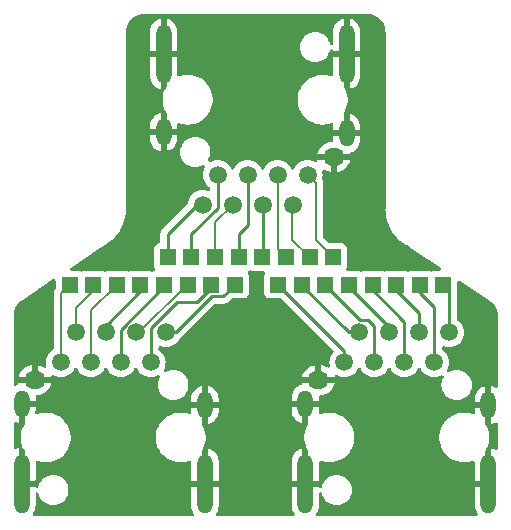
<source format=gbr>
G04 #@! TF.GenerationSoftware,KiCad,Pcbnew,(6.0.4-0)*
G04 #@! TF.CreationDate,2022-05-30T10:48:12+01:00*
G04 #@! TF.ProjectId,InterlockSplitterCombiner06,496e7465-726c-46f6-936b-53706c697474,rev?*
G04 #@! TF.SameCoordinates,Original*
G04 #@! TF.FileFunction,Copper,L2,Bot*
G04 #@! TF.FilePolarity,Positive*
%FSLAX46Y46*%
G04 Gerber Fmt 4.6, Leading zero omitted, Abs format (unit mm)*
G04 Created by KiCad (PCBNEW (6.0.4-0)) date 2022-05-30 10:48:12*
%MOMM*%
%LPD*%
G01*
G04 APERTURE LIST*
G04 #@! TA.AperFunction,ComponentPad*
%ADD10C,1.500000*%
G04 #@! TD*
G04 #@! TA.AperFunction,ComponentPad*
%ADD11O,1.300000X5.000000*%
G04 #@! TD*
G04 #@! TA.AperFunction,ComponentPad*
%ADD12O,1.800000X1.500000*%
G04 #@! TD*
G04 #@! TA.AperFunction,ComponentPad*
%ADD13O,1.300000X2.300000*%
G04 #@! TD*
G04 #@! TA.AperFunction,SMDPad,CuDef*
%ADD14R,1.350000X1.350000*%
G04 #@! TD*
G04 #@! TA.AperFunction,Conductor*
%ADD15C,0.200000*%
G04 #@! TD*
G04 #@! TA.AperFunction,Conductor*
%ADD16C,0.250000*%
G04 #@! TD*
G04 APERTURE END LIST*
D10*
X164400000Y-60600000D03*
X163130000Y-63140000D03*
X161860000Y-60600000D03*
X160590000Y-63140000D03*
X159320000Y-60600000D03*
X158050000Y-63140000D03*
X156780000Y-60600000D03*
X155510000Y-63140000D03*
D11*
X152200000Y-50350000D03*
D12*
X166600000Y-59100000D03*
D11*
X167700000Y-50350000D03*
D13*
X152200000Y-57000000D03*
X167700000Y-57100000D03*
D10*
X143500000Y-76500000D03*
X144770000Y-73960000D03*
X146040000Y-76500000D03*
X147310000Y-73960000D03*
X148580000Y-76500000D03*
X149850000Y-73960000D03*
X151120000Y-76500000D03*
X152390000Y-73960000D03*
D13*
X140200000Y-80000000D03*
X155700000Y-80100000D03*
D11*
X155700000Y-86750000D03*
X140200000Y-86750000D03*
D12*
X141300000Y-78000000D03*
D10*
X167500000Y-76500000D03*
X168770000Y-73960000D03*
X170040000Y-76500000D03*
X171310000Y-73960000D03*
X172580000Y-76500000D03*
X173850000Y-73960000D03*
X175120000Y-76500000D03*
X176390000Y-73960000D03*
D13*
X179700000Y-80100000D03*
D11*
X164200000Y-86750000D03*
X179700000Y-86750000D03*
D12*
X165300000Y-78000000D03*
D13*
X164200000Y-80000000D03*
D14*
X166562500Y-67600000D03*
X164562500Y-67600000D03*
X162562500Y-67600000D03*
X160562500Y-67600000D03*
X158562500Y-67600000D03*
X156562500Y-67600000D03*
X154562500Y-67600000D03*
X152562500Y-67600000D03*
X161900000Y-69900000D03*
X163900000Y-69900000D03*
X165900000Y-69900000D03*
X167900000Y-69900000D03*
X169900000Y-69900000D03*
X171900000Y-69900000D03*
X173900000Y-69900000D03*
X175900000Y-69900000D03*
X144237500Y-69900000D03*
X146237500Y-69900000D03*
X148237500Y-69900000D03*
X150237500Y-69900000D03*
X152237500Y-69900000D03*
X154237500Y-69900000D03*
X156237500Y-69900000D03*
X158237500Y-69900000D03*
D15*
X143500000Y-70637500D02*
X144237500Y-69900000D01*
X143500000Y-76500000D02*
X143500000Y-70637500D01*
X166562500Y-67600000D02*
X165100000Y-66137500D01*
X165100000Y-66137500D02*
X165100000Y-61300000D01*
X165100000Y-61300000D02*
X164400000Y-60600000D01*
X163100000Y-63170000D02*
X163130000Y-63140000D01*
X164562500Y-67600000D02*
X163100000Y-66137500D01*
X163100000Y-66137500D02*
X163100000Y-63170000D01*
X146237500Y-70412500D02*
X146237500Y-69900000D01*
X144770000Y-73960000D02*
X144770000Y-71880000D01*
X144770000Y-71880000D02*
X146237500Y-70412500D01*
X146040000Y-72097500D02*
X148237500Y-69900000D01*
X161860000Y-66897500D02*
X161860000Y-60600000D01*
X162562500Y-67600000D02*
X161860000Y-66897500D01*
X146040000Y-76500000D02*
X146040000Y-72097500D01*
D16*
X176390000Y-73960000D02*
X176390000Y-70390000D01*
X152562500Y-65637500D02*
X155060000Y-63140000D01*
X152562500Y-67600000D02*
X152562500Y-65637500D01*
X155060000Y-63140000D02*
X155510000Y-63140000D01*
X176390000Y-70390000D02*
X175900000Y-69900000D01*
X156780000Y-63420000D02*
X156780000Y-60600000D01*
X154562500Y-65637500D02*
X156780000Y-63420000D01*
X154562500Y-67600000D02*
X154562500Y-65637500D01*
X173900000Y-70600000D02*
X173900000Y-69900000D01*
X175120000Y-76500000D02*
X175120000Y-71820000D01*
X175120000Y-71820000D02*
X173900000Y-70600000D01*
X171310000Y-73960000D02*
X171310000Y-73510000D01*
X171310000Y-73510000D02*
X167900000Y-70100000D01*
X160590000Y-67572500D02*
X160590000Y-63140000D01*
X160562500Y-67600000D02*
X160590000Y-67572500D01*
X167900000Y-70100000D02*
X167900000Y-69900000D01*
X172580000Y-73080000D02*
X169900000Y-70400000D01*
X158562500Y-65637500D02*
X159320000Y-64880000D01*
X172580000Y-76500000D02*
X172580000Y-73080000D01*
X169900000Y-70400000D02*
X169900000Y-69900000D01*
X159320000Y-64880000D02*
X159320000Y-60600000D01*
X158562500Y-67600000D02*
X158562500Y-65637500D01*
D15*
X154200000Y-69900000D02*
X154237500Y-69900000D01*
X149850000Y-73960000D02*
X150140000Y-73960000D01*
X156562500Y-64627500D02*
X158050000Y-63140000D01*
X156562500Y-67600000D02*
X156562500Y-64627500D01*
X150140000Y-73960000D02*
X154200000Y-69900000D01*
D16*
X147310000Y-73390000D02*
X150237500Y-70462500D01*
X150237500Y-70462500D02*
X150237500Y-69900000D01*
X147310000Y-73960000D02*
X147310000Y-73390000D01*
X152237500Y-70052911D02*
X152237500Y-69900000D01*
X148580000Y-76500000D02*
X148580000Y-73710411D01*
X148580000Y-73710411D02*
X152237500Y-70052911D01*
X151120000Y-76500000D02*
X151120000Y-73617862D01*
X156237500Y-70162500D02*
X156237500Y-69900000D01*
X153338351Y-71399511D02*
X155000489Y-71399511D01*
X151120000Y-73617862D02*
X153338351Y-71399511D01*
X155000489Y-71399511D02*
X156237500Y-70162500D01*
X152390000Y-73960000D02*
X153240000Y-73960000D01*
X156300489Y-70899511D02*
X157237989Y-70899511D01*
X157237989Y-70899511D02*
X158237500Y-69900000D01*
X153240000Y-73960000D02*
X156300489Y-70899511D01*
X167500000Y-76500000D02*
X167500000Y-75500000D01*
X167500000Y-75500000D02*
X161900000Y-69900000D01*
X163900000Y-70000000D02*
X163900000Y-69900000D01*
X168770000Y-73960000D02*
X167860000Y-73960000D01*
X167860000Y-73960000D02*
X163900000Y-70000000D01*
X165900000Y-69950000D02*
X165900000Y-69900000D01*
X170040000Y-73440000D02*
X169485489Y-72885489D01*
X170040000Y-76500000D02*
X170040000Y-73440000D01*
X168835489Y-72885489D02*
X165900000Y-69950000D01*
X169485489Y-72885489D02*
X168835489Y-72885489D01*
X173850000Y-72350000D02*
X171900000Y-70400000D01*
X173850000Y-73960000D02*
X173850000Y-72350000D01*
X171900000Y-70400000D02*
X171900000Y-69900000D01*
G04 #@! TA.AperFunction,Conductor*
G36*
X159622824Y-68713774D02*
G01*
X159628612Y-68717493D01*
X159633607Y-68720228D01*
X159640795Y-68725615D01*
X159777184Y-68776745D01*
X159839366Y-68783500D01*
X160669852Y-68783500D01*
X160737973Y-68803502D01*
X160784466Y-68857158D01*
X160794570Y-68927432D01*
X160780372Y-68970008D01*
X160779766Y-68971116D01*
X160774385Y-68978295D01*
X160723255Y-69114684D01*
X160716500Y-69176866D01*
X160716500Y-70623134D01*
X160723255Y-70685316D01*
X160774385Y-70821705D01*
X160861739Y-70938261D01*
X160978295Y-71025615D01*
X161114684Y-71076745D01*
X161176866Y-71083500D01*
X162135406Y-71083500D01*
X162203527Y-71103502D01*
X162224501Y-71120405D01*
X166573059Y-75468964D01*
X166607085Y-75531276D01*
X166602020Y-75602092D01*
X166573059Y-75647154D01*
X166532251Y-75687962D01*
X166405944Y-75868347D01*
X166403621Y-75873329D01*
X166403618Y-75873334D01*
X166356415Y-75974562D01*
X166312880Y-76067924D01*
X166255885Y-76280629D01*
X166236693Y-76500000D01*
X166255885Y-76719371D01*
X166257308Y-76724681D01*
X166257310Y-76724691D01*
X166269842Y-76771461D01*
X166268153Y-76842437D01*
X166228360Y-76901233D01*
X166163096Y-76929182D01*
X166093082Y-76917409D01*
X166081180Y-76910810D01*
X166028185Y-76877566D01*
X166018219Y-76872489D01*
X165820286Y-76792920D01*
X165809571Y-76789685D01*
X165599699Y-76746223D01*
X165590563Y-76745020D01*
X165572087Y-76743955D01*
X165556668Y-76747533D01*
X165554000Y-76758294D01*
X165554000Y-77727885D01*
X165558475Y-77743124D01*
X165559865Y-77744329D01*
X165567548Y-77746000D01*
X166668411Y-77746000D01*
X166682393Y-77741895D01*
X166683886Y-77732273D01*
X166683299Y-77729511D01*
X166688702Y-77658720D01*
X166731519Y-77602088D01*
X166798157Y-77577595D01*
X166868046Y-77593846D01*
X166868346Y-77594056D01*
X167067924Y-77687120D01*
X167280629Y-77744115D01*
X167500000Y-77763307D01*
X167719371Y-77744115D01*
X167932076Y-77687120D01*
X168131654Y-77594056D01*
X168312038Y-77467749D01*
X168467749Y-77312038D01*
X168480233Y-77294210D01*
X168590899Y-77136162D01*
X168590900Y-77136160D01*
X168594056Y-77131653D01*
X168596379Y-77126671D01*
X168596382Y-77126666D01*
X168655805Y-76999231D01*
X168702722Y-76945946D01*
X168770999Y-76926485D01*
X168838959Y-76947027D01*
X168884195Y-76999231D01*
X168943618Y-77126666D01*
X168943621Y-77126671D01*
X168945944Y-77131653D01*
X168949100Y-77136160D01*
X168949101Y-77136162D01*
X169059768Y-77294210D01*
X169072251Y-77312038D01*
X169227962Y-77467749D01*
X169408346Y-77594056D01*
X169607924Y-77687120D01*
X169820629Y-77744115D01*
X170040000Y-77763307D01*
X170259371Y-77744115D01*
X170472076Y-77687120D01*
X170671654Y-77594056D01*
X170852038Y-77467749D01*
X171007749Y-77312038D01*
X171020233Y-77294210D01*
X171130899Y-77136162D01*
X171130900Y-77136160D01*
X171134056Y-77131653D01*
X171136379Y-77126671D01*
X171136382Y-77126666D01*
X171195805Y-76999231D01*
X171242722Y-76945946D01*
X171310999Y-76926485D01*
X171378959Y-76947027D01*
X171424195Y-76999231D01*
X171483618Y-77126666D01*
X171483621Y-77126671D01*
X171485944Y-77131653D01*
X171489100Y-77136160D01*
X171489101Y-77136162D01*
X171599768Y-77294210D01*
X171612251Y-77312038D01*
X171767962Y-77467749D01*
X171948346Y-77594056D01*
X172147924Y-77687120D01*
X172360629Y-77744115D01*
X172580000Y-77763307D01*
X172799371Y-77744115D01*
X173012076Y-77687120D01*
X173211654Y-77594056D01*
X173392038Y-77467749D01*
X173547749Y-77312038D01*
X173560233Y-77294210D01*
X173670899Y-77136162D01*
X173670900Y-77136160D01*
X173674056Y-77131653D01*
X173676379Y-77126671D01*
X173676382Y-77126666D01*
X173735805Y-76999231D01*
X173782722Y-76945946D01*
X173850999Y-76926485D01*
X173918959Y-76947027D01*
X173964195Y-76999231D01*
X174023618Y-77126666D01*
X174023621Y-77126671D01*
X174025944Y-77131653D01*
X174029100Y-77136160D01*
X174029101Y-77136162D01*
X174139768Y-77294210D01*
X174152251Y-77312038D01*
X174307962Y-77467749D01*
X174488346Y-77594056D01*
X174687924Y-77687120D01*
X174900629Y-77744115D01*
X175120000Y-77763307D01*
X175339371Y-77744115D01*
X175552076Y-77687120D01*
X175735189Y-77601734D01*
X175805380Y-77591073D01*
X175870193Y-77620053D01*
X175909049Y-77679473D01*
X175909612Y-77750467D01*
X175902633Y-77769179D01*
X175809297Y-77969340D01*
X175751171Y-78186271D01*
X175731597Y-78410000D01*
X175751171Y-78633729D01*
X175752595Y-78639042D01*
X175752595Y-78639044D01*
X175796795Y-78804000D01*
X175809297Y-78850660D01*
X175811619Y-78855641D01*
X175811620Y-78855642D01*
X175901884Y-79049214D01*
X175901885Y-79049215D01*
X175904210Y-79054201D01*
X175907366Y-79058708D01*
X175907367Y-79058710D01*
X175993312Y-79181451D01*
X176033026Y-79238169D01*
X176191831Y-79396974D01*
X176196339Y-79400131D01*
X176196342Y-79400133D01*
X176235172Y-79427322D01*
X176375799Y-79525790D01*
X176380781Y-79528113D01*
X176380786Y-79528116D01*
X176574358Y-79618380D01*
X176579340Y-79620703D01*
X176584648Y-79622125D01*
X176584650Y-79622126D01*
X176790956Y-79677405D01*
X176790958Y-79677405D01*
X176796271Y-79678829D01*
X176894186Y-79687396D01*
X176961235Y-79693262D01*
X176961242Y-79693262D01*
X176963959Y-79693500D01*
X177076041Y-79693500D01*
X177078758Y-79693262D01*
X177078765Y-79693262D01*
X177145814Y-79687396D01*
X177243729Y-79678829D01*
X177249042Y-79677405D01*
X177249044Y-79677405D01*
X177455350Y-79622126D01*
X177455352Y-79622125D01*
X177460660Y-79620703D01*
X177465642Y-79618380D01*
X177659214Y-79528116D01*
X177659219Y-79528113D01*
X177664201Y-79525790D01*
X177804828Y-79427322D01*
X177843658Y-79400133D01*
X177843661Y-79400131D01*
X177848169Y-79396974D01*
X178006974Y-79238169D01*
X178135790Y-79054202D01*
X178138113Y-79049220D01*
X178138116Y-79049215D01*
X178228380Y-78855642D01*
X178228380Y-78855641D01*
X178230703Y-78850660D01*
X178243206Y-78804000D01*
X178287405Y-78639044D01*
X178287405Y-78639042D01*
X178288829Y-78633729D01*
X178308403Y-78410000D01*
X178288829Y-78186271D01*
X178230703Y-77969340D01*
X178228380Y-77964358D01*
X178138116Y-77770786D01*
X178138113Y-77770781D01*
X178135790Y-77765799D01*
X178132633Y-77761290D01*
X178010133Y-77586342D01*
X178010131Y-77586339D01*
X178006974Y-77581831D01*
X177848169Y-77423026D01*
X177843661Y-77419869D01*
X177843658Y-77419867D01*
X177668710Y-77297367D01*
X177668708Y-77297366D01*
X177664201Y-77294210D01*
X177659219Y-77291887D01*
X177659214Y-77291884D01*
X177465642Y-77201620D01*
X177465641Y-77201619D01*
X177460660Y-77199297D01*
X177455352Y-77197875D01*
X177455350Y-77197874D01*
X177249044Y-77142595D01*
X177249042Y-77142595D01*
X177243729Y-77141171D01*
X177145814Y-77132604D01*
X177078765Y-77126738D01*
X177078758Y-77126738D01*
X177076041Y-77126500D01*
X176963959Y-77126500D01*
X176961242Y-77126738D01*
X176961235Y-77126738D01*
X176894186Y-77132604D01*
X176796271Y-77141171D01*
X176790958Y-77142595D01*
X176790956Y-77142595D01*
X176584650Y-77197874D01*
X176584648Y-77197875D01*
X176579340Y-77199297D01*
X176574359Y-77201619D01*
X176574358Y-77201620D01*
X176385998Y-77289454D01*
X176315806Y-77300115D01*
X176250994Y-77271135D01*
X176212137Y-77211715D01*
X176211574Y-77140721D01*
X176218553Y-77122009D01*
X176304795Y-76937061D01*
X176307120Y-76932076D01*
X176364115Y-76719371D01*
X176383307Y-76500000D01*
X176364115Y-76280629D01*
X176307120Y-76067924D01*
X176263585Y-75974562D01*
X176216382Y-75873334D01*
X176216379Y-75873329D01*
X176214056Y-75868347D01*
X176087749Y-75687962D01*
X175932038Y-75532251D01*
X175927530Y-75529094D01*
X175927527Y-75529092D01*
X175841655Y-75468964D01*
X175807228Y-75444858D01*
X175762901Y-75389402D01*
X175753500Y-75341646D01*
X175753500Y-75249576D01*
X175773502Y-75181455D01*
X175827158Y-75134962D01*
X175897432Y-75124858D01*
X175932751Y-75135382D01*
X175952934Y-75144794D01*
X175952942Y-75144797D01*
X175957924Y-75147120D01*
X176170629Y-75204115D01*
X176390000Y-75223307D01*
X176609371Y-75204115D01*
X176822076Y-75147120D01*
X177021654Y-75054056D01*
X177202038Y-74927749D01*
X177357749Y-74772038D01*
X177484056Y-74591653D01*
X177486380Y-74586669D01*
X177486382Y-74586666D01*
X177545945Y-74458931D01*
X177577120Y-74392076D01*
X177634115Y-74179371D01*
X177653307Y-73960000D01*
X177634115Y-73740629D01*
X177577120Y-73527924D01*
X177533585Y-73434562D01*
X177486382Y-73333334D01*
X177486379Y-73333329D01*
X177484056Y-73328347D01*
X177357749Y-73147962D01*
X177202038Y-72992251D01*
X177197530Y-72989094D01*
X177197527Y-72989092D01*
X177144134Y-72951706D01*
X177077228Y-72904858D01*
X177032901Y-72849402D01*
X177023500Y-72801646D01*
X177023500Y-70850189D01*
X177031518Y-70805960D01*
X177073971Y-70692718D01*
X177073973Y-70692712D01*
X177076745Y-70685316D01*
X177083500Y-70623134D01*
X177083500Y-69676849D01*
X177103502Y-69608728D01*
X177157158Y-69562235D01*
X177227432Y-69552131D01*
X177279607Y-69572154D01*
X179602876Y-71127893D01*
X179605785Y-71129900D01*
X179659084Y-71167798D01*
X179673978Y-71172960D01*
X179696719Y-71183478D01*
X179837156Y-71266300D01*
X179851511Y-71276164D01*
X179938808Y-71345501D01*
X179999340Y-71393580D01*
X180012200Y-71405332D01*
X180088601Y-71485529D01*
X180142423Y-71542026D01*
X180153539Y-71555442D01*
X180263647Y-71708774D01*
X180272808Y-71723595D01*
X180360722Y-71890673D01*
X180367749Y-71906616D01*
X180431767Y-72084204D01*
X180436529Y-72100964D01*
X180475440Y-72285704D01*
X180477842Y-72302949D01*
X180479968Y-72333618D01*
X180488621Y-72458481D01*
X180487769Y-72478455D01*
X180487691Y-72484849D01*
X180486309Y-72493724D01*
X180487473Y-72502626D01*
X180487473Y-72502628D01*
X180490436Y-72525283D01*
X180491500Y-72541621D01*
X180491500Y-78501583D01*
X180471498Y-78569704D01*
X180417842Y-78616197D01*
X180347568Y-78626301D01*
X180298265Y-78608145D01*
X180232856Y-78566875D01*
X180222609Y-78561654D01*
X180035668Y-78487072D01*
X180024631Y-78483803D01*
X179971770Y-78473288D01*
X179958894Y-78474440D01*
X179954000Y-78489596D01*
X179954000Y-81713294D01*
X179957806Y-81726256D01*
X179972722Y-81728192D01*
X179995300Y-81724313D01*
X180006417Y-81721334D01*
X180195252Y-81651669D01*
X180205630Y-81646719D01*
X180301077Y-81589934D01*
X180369847Y-81572294D01*
X180437237Y-81594635D01*
X180481851Y-81649862D01*
X180491500Y-81698219D01*
X180491500Y-83801583D01*
X180471498Y-83869704D01*
X180417842Y-83916197D01*
X180347568Y-83926301D01*
X180298265Y-83908145D01*
X180232856Y-83866875D01*
X180222609Y-83861654D01*
X180035668Y-83787072D01*
X180024631Y-83783803D01*
X179971770Y-83773288D01*
X179958894Y-83774440D01*
X179954000Y-83789596D01*
X179954000Y-86878000D01*
X179933998Y-86946121D01*
X179880342Y-86992614D01*
X179828000Y-87004000D01*
X178560115Y-87004000D01*
X178544876Y-87008475D01*
X178543671Y-87009865D01*
X178542000Y-87017548D01*
X178542000Y-88651092D01*
X178542266Y-88656881D01*
X178555984Y-88806176D01*
X178558082Y-88817497D01*
X178612713Y-89011203D01*
X178616837Y-89021950D01*
X178705859Y-89202466D01*
X178711869Y-89212273D01*
X178769993Y-89290111D01*
X178794725Y-89356661D01*
X178779550Y-89426017D01*
X178729288Y-89476159D01*
X178669035Y-89491500D01*
X165231642Y-89491500D01*
X165163521Y-89471498D01*
X165117028Y-89417842D01*
X165106924Y-89347568D01*
X165132692Y-89287494D01*
X165171764Y-89237931D01*
X165178032Y-89228280D01*
X165271743Y-89050164D01*
X165276152Y-89039521D01*
X165335833Y-88847316D01*
X165338227Y-88836054D01*
X165357563Y-88672678D01*
X165358000Y-88665272D01*
X165358000Y-87610590D01*
X165378002Y-87542469D01*
X165431658Y-87495976D01*
X165501932Y-87485872D01*
X165566512Y-87515366D01*
X165605707Y-87577979D01*
X165649297Y-87740660D01*
X165651619Y-87745641D01*
X165651620Y-87745642D01*
X165741884Y-87939214D01*
X165741885Y-87939215D01*
X165744210Y-87944201D01*
X165873026Y-88128169D01*
X166031831Y-88286974D01*
X166036339Y-88290131D01*
X166036342Y-88290133D01*
X166211290Y-88412633D01*
X166215799Y-88415790D01*
X166220781Y-88418113D01*
X166220786Y-88418116D01*
X166414358Y-88508380D01*
X166419340Y-88510703D01*
X166424648Y-88512125D01*
X166424650Y-88512126D01*
X166630956Y-88567405D01*
X166630958Y-88567405D01*
X166636271Y-88568829D01*
X166734186Y-88577396D01*
X166801235Y-88583262D01*
X166801242Y-88583262D01*
X166803959Y-88583500D01*
X166916041Y-88583500D01*
X166918758Y-88583262D01*
X166918765Y-88583262D01*
X166985814Y-88577396D01*
X167083729Y-88568829D01*
X167089042Y-88567405D01*
X167089044Y-88567405D01*
X167295350Y-88512126D01*
X167295352Y-88512125D01*
X167300660Y-88510703D01*
X167305642Y-88508380D01*
X167499214Y-88418116D01*
X167499219Y-88418113D01*
X167504201Y-88415790D01*
X167508710Y-88412633D01*
X167683658Y-88290133D01*
X167683661Y-88290131D01*
X167688169Y-88286974D01*
X167846974Y-88128169D01*
X167975790Y-87944202D01*
X167978113Y-87939220D01*
X167978116Y-87939215D01*
X168068380Y-87745642D01*
X168068380Y-87745641D01*
X168070703Y-87740660D01*
X168128829Y-87523729D01*
X168148403Y-87300000D01*
X168128829Y-87076271D01*
X168114318Y-87022115D01*
X168072126Y-86864650D01*
X168072125Y-86864648D01*
X168070703Y-86859340D01*
X168068380Y-86854358D01*
X167978116Y-86660786D01*
X167978113Y-86660781D01*
X167975790Y-86655799D01*
X167972633Y-86651290D01*
X167850133Y-86476342D01*
X167850131Y-86476339D01*
X167846974Y-86471831D01*
X167688169Y-86313026D01*
X167683661Y-86309869D01*
X167683658Y-86309867D01*
X167508710Y-86187367D01*
X167508708Y-86187366D01*
X167504201Y-86184210D01*
X167499219Y-86181887D01*
X167499214Y-86181884D01*
X167305642Y-86091620D01*
X167305641Y-86091619D01*
X167300660Y-86089297D01*
X167295352Y-86087875D01*
X167295350Y-86087874D01*
X167089044Y-86032595D01*
X167089042Y-86032595D01*
X167083729Y-86031171D01*
X166985814Y-86022604D01*
X166918765Y-86016738D01*
X166918758Y-86016738D01*
X166916041Y-86016500D01*
X166803959Y-86016500D01*
X166801242Y-86016738D01*
X166801235Y-86016738D01*
X166734186Y-86022604D01*
X166636271Y-86031171D01*
X166630958Y-86032595D01*
X166630956Y-86032595D01*
X166424650Y-86087874D01*
X166424648Y-86087875D01*
X166419340Y-86089297D01*
X166414359Y-86091619D01*
X166414358Y-86091620D01*
X166220786Y-86181884D01*
X166220781Y-86181887D01*
X166215799Y-86184210D01*
X166211292Y-86187366D01*
X166211290Y-86187367D01*
X166036342Y-86309867D01*
X166036339Y-86309869D01*
X166031831Y-86313026D01*
X165873026Y-86471831D01*
X165869869Y-86476340D01*
X165869867Y-86476342D01*
X165816488Y-86552575D01*
X165744210Y-86655798D01*
X165741887Y-86660780D01*
X165741884Y-86660785D01*
X165741884Y-86660786D01*
X165649297Y-86859340D01*
X165647875Y-86864648D01*
X165647874Y-86864650D01*
X165603663Y-87029650D01*
X165566711Y-87090273D01*
X165502851Y-87121294D01*
X165432356Y-87112866D01*
X165377609Y-87067663D01*
X165361060Y-87032537D01*
X165353525Y-87006876D01*
X165352135Y-87005671D01*
X165344452Y-87004000D01*
X163060115Y-87004000D01*
X163044876Y-87008475D01*
X163043671Y-87009865D01*
X163042000Y-87017548D01*
X163042000Y-88651092D01*
X163042266Y-88656881D01*
X163055984Y-88806176D01*
X163058082Y-88817497D01*
X163112713Y-89011203D01*
X163116837Y-89021950D01*
X163205859Y-89202466D01*
X163211869Y-89212273D01*
X163269993Y-89290111D01*
X163294725Y-89356661D01*
X163279550Y-89426017D01*
X163229288Y-89476159D01*
X163169035Y-89491500D01*
X156731642Y-89491500D01*
X156663521Y-89471498D01*
X156617028Y-89417842D01*
X156606924Y-89347568D01*
X156632692Y-89287494D01*
X156671764Y-89237931D01*
X156678032Y-89228280D01*
X156771743Y-89050164D01*
X156776152Y-89039521D01*
X156835833Y-88847316D01*
X156838227Y-88836054D01*
X156857563Y-88672678D01*
X156858000Y-88665272D01*
X156858000Y-87022115D01*
X156853525Y-87006876D01*
X156852135Y-87005671D01*
X156844452Y-87004000D01*
X154560115Y-87004000D01*
X154544876Y-87008475D01*
X154543671Y-87009865D01*
X154542000Y-87017548D01*
X154542000Y-88651092D01*
X154542266Y-88656881D01*
X154555984Y-88806176D01*
X154558082Y-88817497D01*
X154612713Y-89011203D01*
X154616837Y-89021950D01*
X154705859Y-89202466D01*
X154711869Y-89212273D01*
X154769993Y-89290111D01*
X154794725Y-89356661D01*
X154779550Y-89426017D01*
X154729288Y-89476159D01*
X154669035Y-89491500D01*
X141231642Y-89491500D01*
X141163521Y-89471498D01*
X141117028Y-89417842D01*
X141106924Y-89347568D01*
X141132692Y-89287494D01*
X141171764Y-89237931D01*
X141178032Y-89228280D01*
X141271743Y-89050164D01*
X141276152Y-89039521D01*
X141335833Y-88847316D01*
X141338227Y-88836054D01*
X141357563Y-88672678D01*
X141358000Y-88665272D01*
X141358000Y-87610590D01*
X141378002Y-87542469D01*
X141431658Y-87495976D01*
X141501932Y-87485872D01*
X141566512Y-87515366D01*
X141605707Y-87577979D01*
X141649297Y-87740660D01*
X141651619Y-87745641D01*
X141651620Y-87745642D01*
X141741884Y-87939214D01*
X141741885Y-87939215D01*
X141744210Y-87944201D01*
X141873026Y-88128169D01*
X142031831Y-88286974D01*
X142036339Y-88290131D01*
X142036342Y-88290133D01*
X142211290Y-88412633D01*
X142215799Y-88415790D01*
X142220781Y-88418113D01*
X142220786Y-88418116D01*
X142414358Y-88508380D01*
X142419340Y-88510703D01*
X142424648Y-88512125D01*
X142424650Y-88512126D01*
X142630956Y-88567405D01*
X142630958Y-88567405D01*
X142636271Y-88568829D01*
X142734186Y-88577396D01*
X142801235Y-88583262D01*
X142801242Y-88583262D01*
X142803959Y-88583500D01*
X142916041Y-88583500D01*
X142918758Y-88583262D01*
X142918765Y-88583262D01*
X142985814Y-88577396D01*
X143083729Y-88568829D01*
X143089042Y-88567405D01*
X143089044Y-88567405D01*
X143295350Y-88512126D01*
X143295352Y-88512125D01*
X143300660Y-88510703D01*
X143305642Y-88508380D01*
X143499214Y-88418116D01*
X143499219Y-88418113D01*
X143504201Y-88415790D01*
X143508710Y-88412633D01*
X143683658Y-88290133D01*
X143683661Y-88290131D01*
X143688169Y-88286974D01*
X143846974Y-88128169D01*
X143975790Y-87944202D01*
X143978113Y-87939220D01*
X143978116Y-87939215D01*
X144068380Y-87745642D01*
X144068380Y-87745641D01*
X144070703Y-87740660D01*
X144128829Y-87523729D01*
X144148403Y-87300000D01*
X144128829Y-87076271D01*
X144114318Y-87022115D01*
X144072126Y-86864650D01*
X144072125Y-86864648D01*
X144070703Y-86859340D01*
X144068380Y-86854358D01*
X143978116Y-86660786D01*
X143978113Y-86660781D01*
X143975790Y-86655799D01*
X143972633Y-86651290D01*
X143850133Y-86476342D01*
X143850131Y-86476339D01*
X143846974Y-86471831D01*
X143688169Y-86313026D01*
X143683661Y-86309869D01*
X143683658Y-86309867D01*
X143508710Y-86187367D01*
X143508708Y-86187366D01*
X143504201Y-86184210D01*
X143499219Y-86181887D01*
X143499214Y-86181884D01*
X143305642Y-86091620D01*
X143305641Y-86091619D01*
X143300660Y-86089297D01*
X143295352Y-86087875D01*
X143295350Y-86087874D01*
X143089044Y-86032595D01*
X143089042Y-86032595D01*
X143083729Y-86031171D01*
X142985814Y-86022604D01*
X142918765Y-86016738D01*
X142918758Y-86016738D01*
X142916041Y-86016500D01*
X142803959Y-86016500D01*
X142801242Y-86016738D01*
X142801235Y-86016738D01*
X142734186Y-86022604D01*
X142636271Y-86031171D01*
X142630958Y-86032595D01*
X142630956Y-86032595D01*
X142424650Y-86087874D01*
X142424648Y-86087875D01*
X142419340Y-86089297D01*
X142414359Y-86091619D01*
X142414358Y-86091620D01*
X142220786Y-86181884D01*
X142220781Y-86181887D01*
X142215799Y-86184210D01*
X142211292Y-86187366D01*
X142211290Y-86187367D01*
X142036342Y-86309867D01*
X142036339Y-86309869D01*
X142031831Y-86313026D01*
X141873026Y-86471831D01*
X141869869Y-86476340D01*
X141869867Y-86476342D01*
X141816488Y-86552575D01*
X141744210Y-86655798D01*
X141741887Y-86660780D01*
X141741884Y-86660785D01*
X141741884Y-86660786D01*
X141649297Y-86859340D01*
X141647875Y-86864648D01*
X141647874Y-86864650D01*
X141603663Y-87029650D01*
X141566711Y-87090273D01*
X141502851Y-87121294D01*
X141432356Y-87112866D01*
X141377609Y-87067663D01*
X141361060Y-87032537D01*
X141353525Y-87006876D01*
X141352135Y-87005671D01*
X141344452Y-87004000D01*
X140072000Y-87004000D01*
X140003879Y-86983998D01*
X139957386Y-86930342D01*
X139946000Y-86878000D01*
X139946000Y-83786706D01*
X139942194Y-83773744D01*
X139927278Y-83771808D01*
X139904700Y-83775687D01*
X139893583Y-83778666D01*
X139704748Y-83848331D01*
X139689154Y-83855769D01*
X139688017Y-83853385D01*
X139630078Y-83868209D01*
X139562701Y-83845829D01*
X139518120Y-83790574D01*
X139508500Y-83742287D01*
X139508500Y-82982703D01*
X140120743Y-82982703D01*
X140158268Y-83267734D01*
X140234129Y-83545036D01*
X140235813Y-83548984D01*
X140338861Y-83790574D01*
X140346923Y-83809476D01*
X140356340Y-83825210D01*
X140436116Y-83958507D01*
X140454000Y-84023213D01*
X140454000Y-86477885D01*
X140458475Y-86493124D01*
X140459865Y-86494329D01*
X140467548Y-86496000D01*
X141339885Y-86496000D01*
X141355124Y-86491525D01*
X141356329Y-86490135D01*
X141358000Y-86482452D01*
X141358000Y-84956459D01*
X141378002Y-84888338D01*
X141431658Y-84841845D01*
X141501932Y-84831741D01*
X141527301Y-84838133D01*
X141601236Y-84865189D01*
X141640373Y-84879511D01*
X141921264Y-84940755D01*
X141949841Y-84943004D01*
X142144282Y-84958307D01*
X142144291Y-84958307D01*
X142146739Y-84958500D01*
X142302271Y-84958500D01*
X142304407Y-84958354D01*
X142304418Y-84958354D01*
X142512548Y-84944165D01*
X142512554Y-84944164D01*
X142516825Y-84943873D01*
X142521020Y-84943004D01*
X142521022Y-84943004D01*
X142657583Y-84914724D01*
X142798342Y-84885574D01*
X143069343Y-84789607D01*
X143276854Y-84682503D01*
X143321005Y-84659715D01*
X143321006Y-84659715D01*
X143324812Y-84657750D01*
X143328313Y-84655289D01*
X143328317Y-84655287D01*
X143442417Y-84575096D01*
X143560023Y-84492441D01*
X143770622Y-84296740D01*
X143952713Y-84074268D01*
X144102927Y-83829142D01*
X144120287Y-83789596D01*
X144216757Y-83569830D01*
X144218483Y-83565898D01*
X144297244Y-83289406D01*
X144337751Y-83004784D01*
X144337845Y-82986951D01*
X144337867Y-82982703D01*
X151550743Y-82982703D01*
X151588268Y-83267734D01*
X151664129Y-83545036D01*
X151665813Y-83548984D01*
X151768861Y-83790574D01*
X151776923Y-83809476D01*
X151803140Y-83853281D01*
X151879746Y-83981280D01*
X151924561Y-84056161D01*
X152104313Y-84280528D01*
X152121397Y-84296740D01*
X152282727Y-84449836D01*
X152312851Y-84478423D01*
X152546317Y-84646186D01*
X152550112Y-84648195D01*
X152550113Y-84648196D01*
X152571869Y-84659715D01*
X152800392Y-84780712D01*
X153070373Y-84879511D01*
X153351264Y-84940755D01*
X153379841Y-84943004D01*
X153574282Y-84958307D01*
X153574291Y-84958307D01*
X153576739Y-84958500D01*
X153732271Y-84958500D01*
X153734407Y-84958354D01*
X153734418Y-84958354D01*
X153942548Y-84944165D01*
X153942554Y-84944164D01*
X153946825Y-84943873D01*
X153951020Y-84943004D01*
X153951022Y-84943004D01*
X154087583Y-84914724D01*
X154228342Y-84885574D01*
X154348231Y-84843119D01*
X154373940Y-84834015D01*
X154444831Y-84830131D01*
X154506567Y-84865189D01*
X154539550Y-84928060D01*
X154542000Y-84952788D01*
X154542000Y-86477885D01*
X154546475Y-86493124D01*
X154547865Y-86494329D01*
X154555548Y-86496000D01*
X155427885Y-86496000D01*
X155443124Y-86491525D01*
X155444329Y-86490135D01*
X155446000Y-86482452D01*
X155446000Y-86477885D01*
X155954000Y-86477885D01*
X155958475Y-86493124D01*
X155959865Y-86494329D01*
X155967548Y-86496000D01*
X156839885Y-86496000D01*
X156855124Y-86491525D01*
X156856329Y-86490135D01*
X156858000Y-86482452D01*
X156858000Y-86477885D01*
X163042000Y-86477885D01*
X163046475Y-86493124D01*
X163047865Y-86494329D01*
X163055548Y-86496000D01*
X163927885Y-86496000D01*
X163943124Y-86491525D01*
X163944329Y-86490135D01*
X163946000Y-86482452D01*
X163946000Y-83786706D01*
X163942194Y-83773744D01*
X163927278Y-83771808D01*
X163904700Y-83775687D01*
X163893583Y-83778666D01*
X163704748Y-83848331D01*
X163694370Y-83853281D01*
X163521394Y-83956191D01*
X163512085Y-83962955D01*
X163360757Y-84095665D01*
X163352847Y-84104000D01*
X163228236Y-84262069D01*
X163221968Y-84271720D01*
X163128257Y-84449836D01*
X163123848Y-84460479D01*
X163064167Y-84652684D01*
X163061773Y-84663946D01*
X163042437Y-84827322D01*
X163042000Y-84834728D01*
X163042000Y-86477885D01*
X156858000Y-86477885D01*
X156858000Y-84848908D01*
X156857734Y-84843119D01*
X156844016Y-84693824D01*
X156841918Y-84682503D01*
X156787287Y-84488797D01*
X156783163Y-84478050D01*
X156694141Y-84297534D01*
X156688131Y-84287727D01*
X156567701Y-84126451D01*
X156560011Y-84117911D01*
X156412206Y-83981280D01*
X156403081Y-83974279D01*
X156232856Y-83866875D01*
X156222609Y-83861654D01*
X156035668Y-83787072D01*
X156024631Y-83783803D01*
X155971770Y-83773288D01*
X155958894Y-83774440D01*
X155954000Y-83789596D01*
X155954000Y-86477885D01*
X155446000Y-86477885D01*
X155446000Y-84006528D01*
X155464568Y-83940693D01*
X155530684Y-83832803D01*
X155530687Y-83832798D01*
X155532927Y-83829142D01*
X155648483Y-83565898D01*
X155727244Y-83289406D01*
X155767751Y-83004784D01*
X155767845Y-82986951D01*
X155767867Y-82982703D01*
X164120743Y-82982703D01*
X164158268Y-83267734D01*
X164234129Y-83545036D01*
X164235813Y-83548984D01*
X164338861Y-83790574D01*
X164346923Y-83809476D01*
X164356340Y-83825210D01*
X164436116Y-83958507D01*
X164454000Y-84023213D01*
X164454000Y-86477885D01*
X164458475Y-86493124D01*
X164459865Y-86494329D01*
X164467548Y-86496000D01*
X165339885Y-86496000D01*
X165355124Y-86491525D01*
X165356329Y-86490135D01*
X165358000Y-86482452D01*
X165358000Y-84956459D01*
X165378002Y-84888338D01*
X165431658Y-84841845D01*
X165501932Y-84831741D01*
X165527301Y-84838133D01*
X165601236Y-84865189D01*
X165640373Y-84879511D01*
X165921264Y-84940755D01*
X165949841Y-84943004D01*
X166144282Y-84958307D01*
X166144291Y-84958307D01*
X166146739Y-84958500D01*
X166302271Y-84958500D01*
X166304407Y-84958354D01*
X166304418Y-84958354D01*
X166512548Y-84944165D01*
X166512554Y-84944164D01*
X166516825Y-84943873D01*
X166521020Y-84943004D01*
X166521022Y-84943004D01*
X166657583Y-84914724D01*
X166798342Y-84885574D01*
X167069343Y-84789607D01*
X167276854Y-84682503D01*
X167321005Y-84659715D01*
X167321006Y-84659715D01*
X167324812Y-84657750D01*
X167328313Y-84655289D01*
X167328317Y-84655287D01*
X167442417Y-84575096D01*
X167560023Y-84492441D01*
X167770622Y-84296740D01*
X167952713Y-84074268D01*
X168102927Y-83829142D01*
X168120287Y-83789596D01*
X168216757Y-83569830D01*
X168218483Y-83565898D01*
X168297244Y-83289406D01*
X168337751Y-83004784D01*
X168337845Y-82986951D01*
X168337867Y-82982703D01*
X175550743Y-82982703D01*
X175588268Y-83267734D01*
X175664129Y-83545036D01*
X175665813Y-83548984D01*
X175768861Y-83790574D01*
X175776923Y-83809476D01*
X175803140Y-83853281D01*
X175879746Y-83981280D01*
X175924561Y-84056161D01*
X176104313Y-84280528D01*
X176121397Y-84296740D01*
X176282727Y-84449836D01*
X176312851Y-84478423D01*
X176546317Y-84646186D01*
X176550112Y-84648195D01*
X176550113Y-84648196D01*
X176571869Y-84659715D01*
X176800392Y-84780712D01*
X177070373Y-84879511D01*
X177351264Y-84940755D01*
X177379841Y-84943004D01*
X177574282Y-84958307D01*
X177574291Y-84958307D01*
X177576739Y-84958500D01*
X177732271Y-84958500D01*
X177734407Y-84958354D01*
X177734418Y-84958354D01*
X177942548Y-84944165D01*
X177942554Y-84944164D01*
X177946825Y-84943873D01*
X177951020Y-84943004D01*
X177951022Y-84943004D01*
X178087583Y-84914724D01*
X178228342Y-84885574D01*
X178348231Y-84843119D01*
X178373940Y-84834015D01*
X178444831Y-84830131D01*
X178506567Y-84865189D01*
X178539550Y-84928060D01*
X178542000Y-84952788D01*
X178542000Y-86477885D01*
X178546475Y-86493124D01*
X178547865Y-86494329D01*
X178555548Y-86496000D01*
X179427885Y-86496000D01*
X179443124Y-86491525D01*
X179444329Y-86490135D01*
X179446000Y-86482452D01*
X179446000Y-84006528D01*
X179464568Y-83940693D01*
X179530684Y-83832803D01*
X179530687Y-83832798D01*
X179532927Y-83829142D01*
X179648483Y-83565898D01*
X179727244Y-83289406D01*
X179767751Y-83004784D01*
X179767845Y-82986951D01*
X179769235Y-82721583D01*
X179769235Y-82721576D01*
X179769257Y-82717297D01*
X179731732Y-82432266D01*
X179655871Y-82154964D01*
X179543077Y-81890524D01*
X179463884Y-81758202D01*
X179446000Y-81693496D01*
X179446000Y-80372115D01*
X179441525Y-80356876D01*
X179440135Y-80355671D01*
X179432452Y-80354000D01*
X178560115Y-80354000D01*
X178544876Y-80358475D01*
X178543671Y-80359865D01*
X178542000Y-80367548D01*
X178542000Y-80651092D01*
X178542266Y-80656881D01*
X178549785Y-80738714D01*
X178536100Y-80808379D01*
X178486924Y-80859586D01*
X178417869Y-80876078D01*
X178381013Y-80868569D01*
X178253658Y-80821964D01*
X178253656Y-80821963D01*
X178249627Y-80820489D01*
X177968736Y-80759245D01*
X177937685Y-80756801D01*
X177745718Y-80741693D01*
X177745709Y-80741693D01*
X177743261Y-80741500D01*
X177587729Y-80741500D01*
X177585593Y-80741646D01*
X177585582Y-80741646D01*
X177377452Y-80755835D01*
X177377446Y-80755836D01*
X177373175Y-80756127D01*
X177368980Y-80756996D01*
X177368978Y-80756996D01*
X177232417Y-80785276D01*
X177091658Y-80814426D01*
X176820657Y-80910393D01*
X176565188Y-81042250D01*
X176561687Y-81044711D01*
X176561683Y-81044713D01*
X176551594Y-81051804D01*
X176329977Y-81207559D01*
X176314892Y-81221577D01*
X176127191Y-81396000D01*
X176119378Y-81403260D01*
X175937287Y-81625732D01*
X175787073Y-81870858D01*
X175671517Y-82134102D01*
X175592756Y-82410594D01*
X175552249Y-82695216D01*
X175552227Y-82699505D01*
X175552226Y-82699512D01*
X175550765Y-82978417D01*
X175550743Y-82982703D01*
X168337867Y-82982703D01*
X168339235Y-82721583D01*
X168339235Y-82721576D01*
X168339257Y-82717297D01*
X168301732Y-82432266D01*
X168225871Y-82154964D01*
X168113077Y-81890524D01*
X168015923Y-81728192D01*
X167967643Y-81647521D01*
X167967640Y-81647517D01*
X167965439Y-81643839D01*
X167785687Y-81419472D01*
X167594383Y-81237931D01*
X167580258Y-81224527D01*
X167580255Y-81224525D01*
X167577149Y-81221577D01*
X167343683Y-81053814D01*
X167336790Y-81050164D01*
X167298654Y-81029972D01*
X167089608Y-80919288D01*
X166892935Y-80847316D01*
X166823658Y-80821964D01*
X166823656Y-80821963D01*
X166819627Y-80820489D01*
X166538736Y-80759245D01*
X166507685Y-80756801D01*
X166315718Y-80741693D01*
X166315709Y-80741693D01*
X166313261Y-80741500D01*
X166157729Y-80741500D01*
X166155593Y-80741646D01*
X166155582Y-80741646D01*
X165947452Y-80755835D01*
X165947446Y-80755836D01*
X165943175Y-80756127D01*
X165938980Y-80756996D01*
X165938978Y-80756996D01*
X165802417Y-80785276D01*
X165661658Y-80814426D01*
X165614455Y-80831141D01*
X165505400Y-80869760D01*
X165434510Y-80873644D01*
X165372773Y-80838586D01*
X165339790Y-80775716D01*
X165338213Y-80736178D01*
X165357563Y-80572678D01*
X165358000Y-80565272D01*
X165358000Y-80272115D01*
X165353525Y-80256876D01*
X165352135Y-80255671D01*
X165344452Y-80254000D01*
X164472115Y-80254000D01*
X164456876Y-80258475D01*
X164455671Y-80259865D01*
X164454000Y-80267548D01*
X164454000Y-81613292D01*
X164457977Y-81626837D01*
X164457976Y-81697834D01*
X164444513Y-81728169D01*
X164357073Y-81870858D01*
X164241517Y-82134102D01*
X164162756Y-82410594D01*
X164122249Y-82695216D01*
X164122227Y-82699505D01*
X164122226Y-82699512D01*
X164120765Y-82978417D01*
X164120743Y-82982703D01*
X155767867Y-82982703D01*
X155769235Y-82721583D01*
X155769235Y-82721576D01*
X155769257Y-82717297D01*
X155731732Y-82432266D01*
X155655871Y-82154964D01*
X155543077Y-81890524D01*
X155463884Y-81758202D01*
X155451472Y-81713294D01*
X155954000Y-81713294D01*
X155957806Y-81726256D01*
X155972722Y-81728192D01*
X155995300Y-81724313D01*
X156006417Y-81721334D01*
X156195252Y-81651669D01*
X156205630Y-81646719D01*
X156378606Y-81543809D01*
X156387915Y-81537045D01*
X156539243Y-81404335D01*
X156547153Y-81396000D01*
X156671764Y-81237931D01*
X156678032Y-81228280D01*
X156771743Y-81050164D01*
X156776152Y-81039521D01*
X156835833Y-80847316D01*
X156838227Y-80836054D01*
X156857563Y-80672678D01*
X156858000Y-80665272D01*
X156858000Y-80551092D01*
X163042000Y-80551092D01*
X163042266Y-80556881D01*
X163055984Y-80706176D01*
X163058082Y-80717497D01*
X163112713Y-80911203D01*
X163116837Y-80921950D01*
X163205859Y-81102466D01*
X163211869Y-81112273D01*
X163332299Y-81273549D01*
X163339989Y-81282089D01*
X163487794Y-81418720D01*
X163496919Y-81425721D01*
X163667144Y-81533125D01*
X163677391Y-81538346D01*
X163864332Y-81612928D01*
X163875369Y-81616197D01*
X163928230Y-81626712D01*
X163941106Y-81625560D01*
X163946000Y-81610404D01*
X163946000Y-80272115D01*
X163941525Y-80256876D01*
X163940135Y-80255671D01*
X163932452Y-80254000D01*
X163060115Y-80254000D01*
X163044876Y-80258475D01*
X163043671Y-80259865D01*
X163042000Y-80267548D01*
X163042000Y-80551092D01*
X156858000Y-80551092D01*
X156858000Y-80372115D01*
X156853525Y-80356876D01*
X156852135Y-80355671D01*
X156844452Y-80354000D01*
X155972115Y-80354000D01*
X155956876Y-80358475D01*
X155955671Y-80359865D01*
X155954000Y-80367548D01*
X155954000Y-81713294D01*
X155451472Y-81713294D01*
X155446000Y-81693496D01*
X155446000Y-80372115D01*
X155441525Y-80356876D01*
X155440135Y-80355671D01*
X155432452Y-80354000D01*
X154560115Y-80354000D01*
X154544876Y-80358475D01*
X154543671Y-80359865D01*
X154542000Y-80367548D01*
X154542000Y-80651092D01*
X154542266Y-80656881D01*
X154549785Y-80738714D01*
X154536100Y-80808379D01*
X154486924Y-80859586D01*
X154417869Y-80876078D01*
X154381013Y-80868569D01*
X154253658Y-80821964D01*
X154253656Y-80821963D01*
X154249627Y-80820489D01*
X153968736Y-80759245D01*
X153937685Y-80756801D01*
X153745718Y-80741693D01*
X153745709Y-80741693D01*
X153743261Y-80741500D01*
X153587729Y-80741500D01*
X153585593Y-80741646D01*
X153585582Y-80741646D01*
X153377452Y-80755835D01*
X153377446Y-80755836D01*
X153373175Y-80756127D01*
X153368980Y-80756996D01*
X153368978Y-80756996D01*
X153232417Y-80785276D01*
X153091658Y-80814426D01*
X152820657Y-80910393D01*
X152565188Y-81042250D01*
X152561687Y-81044711D01*
X152561683Y-81044713D01*
X152551594Y-81051804D01*
X152329977Y-81207559D01*
X152314892Y-81221577D01*
X152127191Y-81396000D01*
X152119378Y-81403260D01*
X151937287Y-81625732D01*
X151787073Y-81870858D01*
X151671517Y-82134102D01*
X151592756Y-82410594D01*
X151552249Y-82695216D01*
X151552227Y-82699505D01*
X151552226Y-82699512D01*
X151550765Y-82978417D01*
X151550743Y-82982703D01*
X144337867Y-82982703D01*
X144339235Y-82721583D01*
X144339235Y-82721576D01*
X144339257Y-82717297D01*
X144301732Y-82432266D01*
X144225871Y-82154964D01*
X144113077Y-81890524D01*
X144015923Y-81728192D01*
X143967643Y-81647521D01*
X143967640Y-81647517D01*
X143965439Y-81643839D01*
X143785687Y-81419472D01*
X143594383Y-81237931D01*
X143580258Y-81224527D01*
X143580255Y-81224525D01*
X143577149Y-81221577D01*
X143343683Y-81053814D01*
X143336790Y-81050164D01*
X143298654Y-81029972D01*
X143089608Y-80919288D01*
X142892935Y-80847316D01*
X142823658Y-80821964D01*
X142823656Y-80821963D01*
X142819627Y-80820489D01*
X142538736Y-80759245D01*
X142507685Y-80756801D01*
X142315718Y-80741693D01*
X142315709Y-80741693D01*
X142313261Y-80741500D01*
X142157729Y-80741500D01*
X142155593Y-80741646D01*
X142155582Y-80741646D01*
X141947452Y-80755835D01*
X141947446Y-80755836D01*
X141943175Y-80756127D01*
X141938980Y-80756996D01*
X141938978Y-80756996D01*
X141802416Y-80785277D01*
X141661658Y-80814426D01*
X141614455Y-80831141D01*
X141505400Y-80869760D01*
X141434510Y-80873644D01*
X141372773Y-80838586D01*
X141339790Y-80775716D01*
X141338213Y-80736178D01*
X141357563Y-80572678D01*
X141358000Y-80565272D01*
X141358000Y-80272115D01*
X141353525Y-80256876D01*
X141352135Y-80255671D01*
X141344452Y-80254000D01*
X140472115Y-80254000D01*
X140456876Y-80258475D01*
X140455671Y-80259865D01*
X140454000Y-80267548D01*
X140454000Y-81613292D01*
X140457977Y-81626837D01*
X140457976Y-81697834D01*
X140444513Y-81728169D01*
X140357073Y-81870858D01*
X140241517Y-82134102D01*
X140162756Y-82410594D01*
X140122249Y-82695216D01*
X140122227Y-82699505D01*
X140122226Y-82699512D01*
X140120765Y-82978417D01*
X140120743Y-82982703D01*
X139508500Y-82982703D01*
X139508500Y-81656892D01*
X139528502Y-81588771D01*
X139582158Y-81542278D01*
X139652432Y-81532174D01*
X139681190Y-81539862D01*
X139864332Y-81612928D01*
X139875369Y-81616197D01*
X139928230Y-81626712D01*
X139941106Y-81625560D01*
X139946000Y-81610404D01*
X139946000Y-79872000D01*
X139958953Y-79827885D01*
X154542000Y-79827885D01*
X154546475Y-79843124D01*
X154547865Y-79844329D01*
X154555548Y-79846000D01*
X155427885Y-79846000D01*
X155443124Y-79841525D01*
X155444329Y-79840135D01*
X155446000Y-79832452D01*
X155446000Y-79827885D01*
X155954000Y-79827885D01*
X155958475Y-79843124D01*
X155959865Y-79844329D01*
X155967548Y-79846000D01*
X156839885Y-79846000D01*
X156855124Y-79841525D01*
X156856329Y-79840135D01*
X156858000Y-79832452D01*
X156858000Y-79827885D01*
X178542000Y-79827885D01*
X178546475Y-79843124D01*
X178547865Y-79844329D01*
X178555548Y-79846000D01*
X179427885Y-79846000D01*
X179443124Y-79841525D01*
X179444329Y-79840135D01*
X179446000Y-79832452D01*
X179446000Y-78486706D01*
X179442194Y-78473744D01*
X179427278Y-78471808D01*
X179404700Y-78475687D01*
X179393583Y-78478666D01*
X179204748Y-78548331D01*
X179194370Y-78553281D01*
X179021394Y-78656191D01*
X179012085Y-78662955D01*
X178860757Y-78795665D01*
X178852847Y-78804000D01*
X178728236Y-78962069D01*
X178721968Y-78971720D01*
X178628257Y-79149836D01*
X178623848Y-79160479D01*
X178564167Y-79352684D01*
X178561773Y-79363946D01*
X178542437Y-79527322D01*
X178542000Y-79534728D01*
X178542000Y-79827885D01*
X156858000Y-79827885D01*
X156858000Y-79727885D01*
X163042000Y-79727885D01*
X163046475Y-79743124D01*
X163047865Y-79744329D01*
X163055548Y-79746000D01*
X165339885Y-79746000D01*
X165355124Y-79741525D01*
X165356329Y-79740135D01*
X165358000Y-79732452D01*
X165358000Y-79448908D01*
X165357734Y-79443122D01*
X165353361Y-79395530D01*
X165367045Y-79325865D01*
X165416221Y-79274657D01*
X165478832Y-79258000D01*
X165504175Y-79258000D01*
X165509770Y-79257751D01*
X165668078Y-79243622D01*
X165679092Y-79241640D01*
X165884860Y-79185349D01*
X165895341Y-79181451D01*
X166087903Y-79089603D01*
X166097516Y-79083918D01*
X166270767Y-78959425D01*
X166279233Y-78952117D01*
X166427692Y-78798918D01*
X166434735Y-78790221D01*
X166553719Y-78613156D01*
X166559105Y-78603358D01*
X166644857Y-78408010D01*
X166648422Y-78397418D01*
X166678624Y-78271616D01*
X166677919Y-78257530D01*
X166669040Y-78254000D01*
X163931589Y-78254000D01*
X163917607Y-78258105D01*
X163912896Y-78288462D01*
X163911229Y-78288203D01*
X163908270Y-78327010D01*
X163865457Y-78383645D01*
X163834034Y-78400635D01*
X163704748Y-78448331D01*
X163694370Y-78453281D01*
X163521394Y-78556191D01*
X163512085Y-78562955D01*
X163360757Y-78695665D01*
X163352847Y-78704000D01*
X163228236Y-78862069D01*
X163221968Y-78871720D01*
X163128257Y-79049836D01*
X163123848Y-79060479D01*
X163064167Y-79252684D01*
X163061773Y-79263946D01*
X163042437Y-79427322D01*
X163042000Y-79434728D01*
X163042000Y-79727885D01*
X156858000Y-79727885D01*
X156858000Y-79548908D01*
X156857734Y-79543119D01*
X156844016Y-79393824D01*
X156841918Y-79382503D01*
X156787287Y-79188797D01*
X156783163Y-79178050D01*
X156694141Y-78997534D01*
X156688131Y-78987727D01*
X156567701Y-78826451D01*
X156560011Y-78817911D01*
X156412206Y-78681280D01*
X156403081Y-78674279D01*
X156232856Y-78566875D01*
X156222609Y-78561654D01*
X156035668Y-78487072D01*
X156024631Y-78483803D01*
X155971770Y-78473288D01*
X155958894Y-78474440D01*
X155954000Y-78489596D01*
X155954000Y-79827885D01*
X155446000Y-79827885D01*
X155446000Y-78486706D01*
X155442194Y-78473744D01*
X155427278Y-78471808D01*
X155404700Y-78475687D01*
X155393583Y-78478666D01*
X155204748Y-78548331D01*
X155194370Y-78553281D01*
X155021394Y-78656191D01*
X155012085Y-78662955D01*
X154860757Y-78795665D01*
X154852847Y-78804000D01*
X154728236Y-78962069D01*
X154721968Y-78971720D01*
X154628257Y-79149836D01*
X154623848Y-79160479D01*
X154564167Y-79352684D01*
X154561773Y-79363946D01*
X154542437Y-79527322D01*
X154542000Y-79534728D01*
X154542000Y-79827885D01*
X139958953Y-79827885D01*
X139966002Y-79803879D01*
X140019658Y-79757386D01*
X140072000Y-79746000D01*
X141339885Y-79746000D01*
X141355124Y-79741525D01*
X141356329Y-79740135D01*
X141358000Y-79732452D01*
X141358000Y-79448908D01*
X141357734Y-79443122D01*
X141353361Y-79395530D01*
X141367045Y-79325865D01*
X141416221Y-79274657D01*
X141478832Y-79258000D01*
X141504175Y-79258000D01*
X141509770Y-79257751D01*
X141668078Y-79243622D01*
X141679092Y-79241640D01*
X141884860Y-79185349D01*
X141895341Y-79181451D01*
X142087903Y-79089603D01*
X142097516Y-79083918D01*
X142270767Y-78959425D01*
X142279233Y-78952117D01*
X142427692Y-78798918D01*
X142434735Y-78790221D01*
X142553719Y-78613156D01*
X142559105Y-78603358D01*
X142644857Y-78408010D01*
X142648422Y-78397418D01*
X142678624Y-78271616D01*
X142677919Y-78257530D01*
X142669040Y-78254000D01*
X139931589Y-78254000D01*
X139917607Y-78258105D01*
X139912896Y-78288462D01*
X139911229Y-78288203D01*
X139908270Y-78327010D01*
X139865457Y-78383645D01*
X139834034Y-78400635D01*
X139704748Y-78448331D01*
X139689154Y-78455769D01*
X139688017Y-78453385D01*
X139630078Y-78468209D01*
X139562701Y-78445829D01*
X139518120Y-78390574D01*
X139508500Y-78342287D01*
X139508500Y-77728384D01*
X139921376Y-77728384D01*
X139922081Y-77742470D01*
X139930960Y-77746000D01*
X141027885Y-77746000D01*
X141043124Y-77741525D01*
X141044329Y-77740135D01*
X141046000Y-77732452D01*
X141046000Y-76764312D01*
X141041714Y-76749716D01*
X141029676Y-76747654D01*
X140931922Y-76756378D01*
X140920909Y-76758359D01*
X140715140Y-76814651D01*
X140704659Y-76818549D01*
X140512097Y-76910397D01*
X140502484Y-76916082D01*
X140329233Y-77040575D01*
X140320767Y-77047883D01*
X140172308Y-77201082D01*
X140165265Y-77209779D01*
X140046281Y-77386844D01*
X140040895Y-77396642D01*
X139955143Y-77591990D01*
X139951578Y-77602582D01*
X139921376Y-77728384D01*
X139508500Y-77728384D01*
X139508500Y-72553250D01*
X139510246Y-72532345D01*
X139512770Y-72517344D01*
X139512770Y-72517341D01*
X139513576Y-72512552D01*
X139513729Y-72500000D01*
X139512248Y-72489656D01*
X139511330Y-72462352D01*
X139515260Y-72410091D01*
X139523519Y-72300237D01*
X139524557Y-72286431D01*
X139527379Y-72267763D01*
X139573079Y-72068208D01*
X139578661Y-72050176D01*
X139581731Y-72042383D01*
X139653678Y-71859718D01*
X139661900Y-71842708D01*
X139764551Y-71665608D01*
X139775224Y-71650019D01*
X139903200Y-71490261D01*
X139916084Y-71476443D01*
X140005869Y-71393580D01*
X140066510Y-71337615D01*
X140081314Y-71325879D01*
X140121605Y-71298595D01*
X140224445Y-71228955D01*
X140239594Y-71221060D01*
X140239557Y-71220993D01*
X140247403Y-71216625D01*
X140255784Y-71213416D01*
X140262925Y-71207985D01*
X140262932Y-71207981D01*
X140298563Y-71180881D01*
X140304943Y-71176334D01*
X140313340Y-71170736D01*
X142858104Y-69474099D01*
X142925878Y-69452953D01*
X142994326Y-69471805D01*
X143041716Y-69524670D01*
X143054000Y-69578935D01*
X143054000Y-70176397D01*
X143033998Y-70244518D01*
X143027962Y-70253101D01*
X142977563Y-70318782D01*
X142968476Y-70330624D01*
X142965316Y-70338254D01*
X142910696Y-70470117D01*
X142910321Y-70471021D01*
X142910320Y-70471025D01*
X142907162Y-70478650D01*
X142891500Y-70597615D01*
X142891500Y-70597620D01*
X142886250Y-70637500D01*
X142887328Y-70645688D01*
X142890422Y-70669190D01*
X142891500Y-70685636D01*
X142891500Y-75324141D01*
X142871498Y-75392262D01*
X142837770Y-75427354D01*
X142692478Y-75529088D01*
X142692472Y-75529093D01*
X142687962Y-75532251D01*
X142532251Y-75687962D01*
X142405944Y-75868347D01*
X142403621Y-75873329D01*
X142403618Y-75873334D01*
X142356415Y-75974562D01*
X142312880Y-76067924D01*
X142255885Y-76280629D01*
X142236693Y-76500000D01*
X142255885Y-76719371D01*
X142257308Y-76724681D01*
X142257310Y-76724691D01*
X142269842Y-76771461D01*
X142268153Y-76842437D01*
X142228360Y-76901233D01*
X142163096Y-76929182D01*
X142093082Y-76917409D01*
X142081180Y-76910810D01*
X142028185Y-76877566D01*
X142018219Y-76872489D01*
X141820286Y-76792920D01*
X141809571Y-76789685D01*
X141599699Y-76746223D01*
X141590563Y-76745020D01*
X141572087Y-76743955D01*
X141556668Y-76747533D01*
X141554000Y-76758294D01*
X141554000Y-77727885D01*
X141558475Y-77743124D01*
X141559865Y-77744329D01*
X141567548Y-77746000D01*
X142668411Y-77746000D01*
X142682393Y-77741895D01*
X142683886Y-77732273D01*
X142683299Y-77729511D01*
X142688702Y-77658720D01*
X142731519Y-77602088D01*
X142798157Y-77577595D01*
X142868046Y-77593846D01*
X142868346Y-77594056D01*
X143067924Y-77687120D01*
X143280629Y-77744115D01*
X143500000Y-77763307D01*
X143719371Y-77744115D01*
X143932076Y-77687120D01*
X144131654Y-77594056D01*
X144312038Y-77467749D01*
X144467749Y-77312038D01*
X144480233Y-77294210D01*
X144590899Y-77136162D01*
X144590900Y-77136160D01*
X144594056Y-77131653D01*
X144596379Y-77126671D01*
X144596382Y-77126666D01*
X144655805Y-76999231D01*
X144702722Y-76945946D01*
X144770999Y-76926485D01*
X144838959Y-76947027D01*
X144884195Y-76999231D01*
X144943618Y-77126666D01*
X144943621Y-77126671D01*
X144945944Y-77131653D01*
X144949100Y-77136160D01*
X144949101Y-77136162D01*
X145059768Y-77294210D01*
X145072251Y-77312038D01*
X145227962Y-77467749D01*
X145408346Y-77594056D01*
X145607924Y-77687120D01*
X145820629Y-77744115D01*
X146040000Y-77763307D01*
X146259371Y-77744115D01*
X146472076Y-77687120D01*
X146671654Y-77594056D01*
X146852038Y-77467749D01*
X147007749Y-77312038D01*
X147020233Y-77294210D01*
X147130899Y-77136162D01*
X147130900Y-77136160D01*
X147134056Y-77131653D01*
X147136379Y-77126671D01*
X147136382Y-77126666D01*
X147195805Y-76999231D01*
X147242722Y-76945946D01*
X147310999Y-76926485D01*
X147378959Y-76947027D01*
X147424195Y-76999231D01*
X147483618Y-77126666D01*
X147483621Y-77126671D01*
X147485944Y-77131653D01*
X147489100Y-77136160D01*
X147489101Y-77136162D01*
X147599768Y-77294210D01*
X147612251Y-77312038D01*
X147767962Y-77467749D01*
X147948346Y-77594056D01*
X148147924Y-77687120D01*
X148360629Y-77744115D01*
X148580000Y-77763307D01*
X148799371Y-77744115D01*
X149012076Y-77687120D01*
X149211654Y-77594056D01*
X149392038Y-77467749D01*
X149547749Y-77312038D01*
X149560233Y-77294210D01*
X149670899Y-77136162D01*
X149670900Y-77136160D01*
X149674056Y-77131653D01*
X149676379Y-77126671D01*
X149676382Y-77126666D01*
X149735805Y-76999231D01*
X149782722Y-76945946D01*
X149850999Y-76926485D01*
X149918959Y-76947027D01*
X149964195Y-76999231D01*
X150023618Y-77126666D01*
X150023621Y-77126671D01*
X150025944Y-77131653D01*
X150029100Y-77136160D01*
X150029101Y-77136162D01*
X150139768Y-77294210D01*
X150152251Y-77312038D01*
X150307962Y-77467749D01*
X150488346Y-77594056D01*
X150687924Y-77687120D01*
X150900629Y-77744115D01*
X151120000Y-77763307D01*
X151339371Y-77744115D01*
X151552076Y-77687120D01*
X151735189Y-77601734D01*
X151805380Y-77591073D01*
X151870193Y-77620053D01*
X151909049Y-77679473D01*
X151909612Y-77750467D01*
X151902633Y-77769179D01*
X151809297Y-77969340D01*
X151751171Y-78186271D01*
X151731597Y-78410000D01*
X151751171Y-78633729D01*
X151752595Y-78639042D01*
X151752595Y-78639044D01*
X151796795Y-78804000D01*
X151809297Y-78850660D01*
X151811619Y-78855641D01*
X151811620Y-78855642D01*
X151901884Y-79049214D01*
X151901885Y-79049215D01*
X151904210Y-79054201D01*
X151907366Y-79058708D01*
X151907367Y-79058710D01*
X151993312Y-79181451D01*
X152033026Y-79238169D01*
X152191831Y-79396974D01*
X152196339Y-79400131D01*
X152196342Y-79400133D01*
X152235172Y-79427322D01*
X152375799Y-79525790D01*
X152380781Y-79528113D01*
X152380786Y-79528116D01*
X152574358Y-79618380D01*
X152579340Y-79620703D01*
X152584648Y-79622125D01*
X152584650Y-79622126D01*
X152790956Y-79677405D01*
X152790958Y-79677405D01*
X152796271Y-79678829D01*
X152894186Y-79687396D01*
X152961235Y-79693262D01*
X152961242Y-79693262D01*
X152963959Y-79693500D01*
X153076041Y-79693500D01*
X153078758Y-79693262D01*
X153078765Y-79693262D01*
X153145814Y-79687396D01*
X153243729Y-79678829D01*
X153249042Y-79677405D01*
X153249044Y-79677405D01*
X153455350Y-79622126D01*
X153455352Y-79622125D01*
X153460660Y-79620703D01*
X153465642Y-79618380D01*
X153659214Y-79528116D01*
X153659219Y-79528113D01*
X153664201Y-79525790D01*
X153804828Y-79427322D01*
X153843658Y-79400133D01*
X153843661Y-79400131D01*
X153848169Y-79396974D01*
X154006974Y-79238169D01*
X154135790Y-79054202D01*
X154138113Y-79049220D01*
X154138116Y-79049215D01*
X154228380Y-78855642D01*
X154228380Y-78855641D01*
X154230703Y-78850660D01*
X154243206Y-78804000D01*
X154287405Y-78639044D01*
X154287405Y-78639042D01*
X154288829Y-78633729D01*
X154308403Y-78410000D01*
X154288829Y-78186271D01*
X154230703Y-77969340D01*
X154228380Y-77964358D01*
X154138116Y-77770786D01*
X154138113Y-77770781D01*
X154135790Y-77765799D01*
X154132633Y-77761290D01*
X154109592Y-77728384D01*
X163921376Y-77728384D01*
X163922081Y-77742470D01*
X163930960Y-77746000D01*
X165027885Y-77746000D01*
X165043124Y-77741525D01*
X165044329Y-77740135D01*
X165046000Y-77732452D01*
X165046000Y-76764312D01*
X165041714Y-76749716D01*
X165029676Y-76747654D01*
X164931922Y-76756378D01*
X164920909Y-76758359D01*
X164715140Y-76814651D01*
X164704659Y-76818549D01*
X164512097Y-76910397D01*
X164502484Y-76916082D01*
X164329233Y-77040575D01*
X164320767Y-77047883D01*
X164172308Y-77201082D01*
X164165265Y-77209779D01*
X164046281Y-77386844D01*
X164040895Y-77396642D01*
X163955143Y-77591990D01*
X163951578Y-77602582D01*
X163921376Y-77728384D01*
X154109592Y-77728384D01*
X154010133Y-77586342D01*
X154010131Y-77586339D01*
X154006974Y-77581831D01*
X153848169Y-77423026D01*
X153843661Y-77419869D01*
X153843658Y-77419867D01*
X153668710Y-77297367D01*
X153668708Y-77297366D01*
X153664201Y-77294210D01*
X153659219Y-77291887D01*
X153659214Y-77291884D01*
X153465642Y-77201620D01*
X153465641Y-77201619D01*
X153460660Y-77199297D01*
X153455352Y-77197875D01*
X153455350Y-77197874D01*
X153249044Y-77142595D01*
X153249042Y-77142595D01*
X153243729Y-77141171D01*
X153145814Y-77132604D01*
X153078765Y-77126738D01*
X153078758Y-77126738D01*
X153076041Y-77126500D01*
X152963959Y-77126500D01*
X152961242Y-77126738D01*
X152961235Y-77126738D01*
X152894186Y-77132604D01*
X152796271Y-77141171D01*
X152790958Y-77142595D01*
X152790956Y-77142595D01*
X152584650Y-77197874D01*
X152584648Y-77197875D01*
X152579340Y-77199297D01*
X152574359Y-77201619D01*
X152574358Y-77201620D01*
X152385998Y-77289454D01*
X152315806Y-77300115D01*
X152250994Y-77271135D01*
X152212137Y-77211715D01*
X152211574Y-77140721D01*
X152218553Y-77122009D01*
X152304795Y-76937061D01*
X152307120Y-76932076D01*
X152364115Y-76719371D01*
X152383307Y-76500000D01*
X152364115Y-76280629D01*
X152307120Y-76067924D01*
X152263585Y-75974562D01*
X152216382Y-75873334D01*
X152216379Y-75873329D01*
X152214056Y-75868347D01*
X152087749Y-75687962D01*
X151932038Y-75532251D01*
X151927530Y-75529094D01*
X151927527Y-75529092D01*
X151841655Y-75468964D01*
X151807228Y-75444858D01*
X151762901Y-75389402D01*
X151753500Y-75341646D01*
X151753500Y-75249576D01*
X151773502Y-75181455D01*
X151827158Y-75134962D01*
X151897432Y-75124858D01*
X151932751Y-75135382D01*
X151952934Y-75144794D01*
X151952942Y-75144797D01*
X151957924Y-75147120D01*
X152170629Y-75204115D01*
X152390000Y-75223307D01*
X152609371Y-75204115D01*
X152822076Y-75147120D01*
X153021654Y-75054056D01*
X153202038Y-74927749D01*
X153357749Y-74772038D01*
X153484056Y-74591653D01*
X153490662Y-74577486D01*
X153537578Y-74524201D01*
X153541054Y-74522150D01*
X153547617Y-74519552D01*
X153583387Y-74493564D01*
X153593307Y-74487048D01*
X153624535Y-74468580D01*
X153624538Y-74468578D01*
X153631362Y-74464542D01*
X153645683Y-74450221D01*
X153660717Y-74437380D01*
X153670694Y-74430131D01*
X153677107Y-74425472D01*
X153705298Y-74391395D01*
X153713288Y-74382616D01*
X156525989Y-71569916D01*
X156588301Y-71535890D01*
X156615084Y-71533011D01*
X157159222Y-71533011D01*
X157170405Y-71533538D01*
X157177898Y-71535213D01*
X157185824Y-71534964D01*
X157185825Y-71534964D01*
X157245975Y-71533073D01*
X157249934Y-71533011D01*
X157277845Y-71533011D01*
X157281780Y-71532514D01*
X157281845Y-71532506D01*
X157293682Y-71531573D01*
X157325940Y-71530559D01*
X157329959Y-71530433D01*
X157337878Y-71530184D01*
X157357332Y-71524532D01*
X157376689Y-71520524D01*
X157388919Y-71518979D01*
X157388920Y-71518979D01*
X157396786Y-71517985D01*
X157404157Y-71515066D01*
X157404159Y-71515066D01*
X157437901Y-71501707D01*
X157449131Y-71497862D01*
X157483972Y-71487740D01*
X157483973Y-71487740D01*
X157491582Y-71485529D01*
X157498401Y-71481496D01*
X157498406Y-71481494D01*
X157509017Y-71475218D01*
X157526765Y-71466523D01*
X157545606Y-71459063D01*
X157581376Y-71433075D01*
X157591296Y-71426559D01*
X157622524Y-71408091D01*
X157622527Y-71408089D01*
X157629351Y-71404053D01*
X157643672Y-71389732D01*
X157658706Y-71376891D01*
X157666360Y-71371330D01*
X157675096Y-71364983D01*
X157703287Y-71330906D01*
X157711277Y-71322127D01*
X157912999Y-71120405D01*
X157975311Y-71086379D01*
X158002094Y-71083500D01*
X158960634Y-71083500D01*
X159022816Y-71076745D01*
X159159205Y-71025615D01*
X159275761Y-70938261D01*
X159363115Y-70821705D01*
X159414245Y-70685316D01*
X159421000Y-70623134D01*
X159421000Y-69176866D01*
X159414245Y-69114684D01*
X159363115Y-68978295D01*
X159342662Y-68951005D01*
X159317816Y-68884500D01*
X159332869Y-68815118D01*
X159383044Y-68764888D01*
X159399260Y-68757460D01*
X159475797Y-68728767D01*
X159484205Y-68725615D01*
X159491391Y-68720229D01*
X159499260Y-68715921D01*
X159500643Y-68718447D01*
X159553442Y-68698721D01*
X159622824Y-68713774D01*
G37*
G04 #@! TD.AperFunction*
G04 #@! TA.AperFunction,Conductor*
G36*
X169470018Y-47010000D02*
G01*
X169484851Y-47012310D01*
X169484855Y-47012310D01*
X169493724Y-47013691D01*
X169508981Y-47011696D01*
X169534302Y-47010953D01*
X169703285Y-47023039D01*
X169721064Y-47025596D01*
X169911392Y-47066999D01*
X169928641Y-47072063D01*
X170111150Y-47140136D01*
X170127502Y-47147604D01*
X170298458Y-47240952D01*
X170313582Y-47250672D01*
X170469514Y-47367402D01*
X170483100Y-47379175D01*
X170620825Y-47516900D01*
X170632598Y-47530486D01*
X170749328Y-47686418D01*
X170759048Y-47701542D01*
X170852396Y-47872498D01*
X170859864Y-47888850D01*
X170927937Y-48071359D01*
X170933001Y-48088607D01*
X170974404Y-48278936D01*
X170976961Y-48296715D01*
X170988540Y-48458601D01*
X170987793Y-48476565D01*
X170987692Y-48484845D01*
X170986309Y-48493724D01*
X170989398Y-48517344D01*
X170990436Y-48525283D01*
X170991500Y-48541621D01*
X170991500Y-63450633D01*
X170990000Y-63470018D01*
X170987690Y-63484851D01*
X170987690Y-63484855D01*
X170986309Y-63493724D01*
X170987473Y-63502628D01*
X170987451Y-63504455D01*
X170987803Y-63508393D01*
X171003727Y-63838299D01*
X171020867Y-63955935D01*
X171042988Y-64107749D01*
X171052561Y-64173453D01*
X171133448Y-64502346D01*
X171245634Y-64821920D01*
X171246918Y-64824689D01*
X171246918Y-64824690D01*
X171381520Y-65115060D01*
X171388076Y-65129204D01*
X171389613Y-65131824D01*
X171389614Y-65131826D01*
X171444636Y-65225620D01*
X171559451Y-65421340D01*
X171758166Y-65695613D01*
X171760175Y-65697887D01*
X171760176Y-65697889D01*
X171958422Y-65922356D01*
X171982371Y-65949473D01*
X171985181Y-65952095D01*
X172226582Y-66177385D01*
X172229984Y-66180560D01*
X172232394Y-66182409D01*
X172489410Y-66379595D01*
X172498702Y-66386724D01*
X172757851Y-66548466D01*
X172770016Y-66557101D01*
X172774594Y-66560776D01*
X172785476Y-66567034D01*
X172790028Y-66568787D01*
X172794403Y-66570871D01*
X172794199Y-66571299D01*
X172812273Y-66580679D01*
X173259688Y-66880283D01*
X175657302Y-68485805D01*
X175702775Y-68540328D01*
X175711552Y-68610780D01*
X175680847Y-68674793D01*
X175620408Y-68712044D01*
X175587195Y-68716500D01*
X175176866Y-68716500D01*
X175114684Y-68723255D01*
X174978295Y-68774385D01*
X174971109Y-68779771D01*
X174963240Y-68784079D01*
X174961857Y-68781553D01*
X174909058Y-68801279D01*
X174839676Y-68786226D01*
X174833888Y-68782507D01*
X174828893Y-68779772D01*
X174821705Y-68774385D01*
X174685316Y-68723255D01*
X174623134Y-68716500D01*
X173176866Y-68716500D01*
X173114684Y-68723255D01*
X172978295Y-68774385D01*
X172971109Y-68779771D01*
X172963240Y-68784079D01*
X172961857Y-68781553D01*
X172909058Y-68801279D01*
X172839676Y-68786226D01*
X172833888Y-68782507D01*
X172828893Y-68779772D01*
X172821705Y-68774385D01*
X172685316Y-68723255D01*
X172623134Y-68716500D01*
X171176866Y-68716500D01*
X171114684Y-68723255D01*
X170978295Y-68774385D01*
X170971109Y-68779771D01*
X170963240Y-68784079D01*
X170961857Y-68781553D01*
X170909058Y-68801279D01*
X170839676Y-68786226D01*
X170833888Y-68782507D01*
X170828893Y-68779772D01*
X170821705Y-68774385D01*
X170685316Y-68723255D01*
X170623134Y-68716500D01*
X169176866Y-68716500D01*
X169114684Y-68723255D01*
X168978295Y-68774385D01*
X168971109Y-68779771D01*
X168963240Y-68784079D01*
X168961857Y-68781553D01*
X168909058Y-68801279D01*
X168839676Y-68786226D01*
X168833888Y-68782507D01*
X168828893Y-68779772D01*
X168821705Y-68774385D01*
X168685316Y-68723255D01*
X168623134Y-68716500D01*
X167792648Y-68716500D01*
X167724527Y-68696498D01*
X167678034Y-68642842D01*
X167667930Y-68572568D01*
X167682128Y-68529992D01*
X167682734Y-68528884D01*
X167688115Y-68521705D01*
X167739245Y-68385316D01*
X167746000Y-68323134D01*
X167746000Y-66876866D01*
X167739245Y-66814684D01*
X167688115Y-66678295D01*
X167600761Y-66561739D01*
X167484205Y-66474385D01*
X167347816Y-66423255D01*
X167285634Y-66416500D01*
X166291739Y-66416500D01*
X166223618Y-66396498D01*
X166202644Y-66379595D01*
X165745405Y-65922356D01*
X165711379Y-65860044D01*
X165708500Y-65833261D01*
X165708500Y-61348136D01*
X165709578Y-61331690D01*
X165712672Y-61308188D01*
X165713750Y-61300000D01*
X165708500Y-61260122D01*
X165708500Y-61260115D01*
X165692838Y-61141150D01*
X165631524Y-60993125D01*
X165632367Y-60992776D01*
X165617286Y-60930623D01*
X165621438Y-60904001D01*
X165642690Y-60824690D01*
X165642692Y-60824681D01*
X165644115Y-60819371D01*
X165663307Y-60600000D01*
X165644115Y-60380629D01*
X165642691Y-60375315D01*
X165642690Y-60375309D01*
X165630158Y-60328539D01*
X165631847Y-60257563D01*
X165671640Y-60198767D01*
X165736904Y-60170818D01*
X165806918Y-60182591D01*
X165818820Y-60189190D01*
X165871815Y-60222434D01*
X165881781Y-60227511D01*
X166079714Y-60307080D01*
X166090429Y-60310315D01*
X166300301Y-60353777D01*
X166309437Y-60354980D01*
X166327913Y-60356045D01*
X166343332Y-60352467D01*
X166346000Y-60341706D01*
X166346000Y-60335688D01*
X166854000Y-60335688D01*
X166858286Y-60350284D01*
X166870324Y-60352346D01*
X166968078Y-60343622D01*
X166979091Y-60341641D01*
X167184860Y-60285349D01*
X167195341Y-60281451D01*
X167387903Y-60189603D01*
X167397516Y-60183918D01*
X167570767Y-60059425D01*
X167579233Y-60052117D01*
X167727692Y-59898918D01*
X167734735Y-59890221D01*
X167853719Y-59713156D01*
X167859105Y-59703358D01*
X167944857Y-59508010D01*
X167948422Y-59497418D01*
X167978624Y-59371616D01*
X167977919Y-59357530D01*
X167969040Y-59354000D01*
X166872115Y-59354000D01*
X166856876Y-59358475D01*
X166855671Y-59359865D01*
X166854000Y-59367548D01*
X166854000Y-60335688D01*
X166346000Y-60335688D01*
X166346000Y-59372115D01*
X166341525Y-59356876D01*
X166340135Y-59355671D01*
X166332452Y-59354000D01*
X165231589Y-59354000D01*
X165217607Y-59358105D01*
X165216114Y-59367727D01*
X165216701Y-59370489D01*
X165211298Y-59441280D01*
X165168481Y-59497912D01*
X165101843Y-59522405D01*
X165031954Y-59506154D01*
X165031654Y-59505944D01*
X164832076Y-59412880D01*
X164619371Y-59355885D01*
X164400000Y-59336693D01*
X164180629Y-59355885D01*
X163967924Y-59412880D01*
X163907020Y-59441280D01*
X163773334Y-59503618D01*
X163773329Y-59503621D01*
X163768347Y-59505944D01*
X163763840Y-59509100D01*
X163763838Y-59509101D01*
X163592473Y-59629092D01*
X163592470Y-59629094D01*
X163587962Y-59632251D01*
X163432251Y-59787962D01*
X163429094Y-59792470D01*
X163429092Y-59792473D01*
X163312293Y-59959279D01*
X163305944Y-59968347D01*
X163303621Y-59973329D01*
X163303618Y-59973334D01*
X163244195Y-60100769D01*
X163197278Y-60154054D01*
X163129001Y-60173515D01*
X163061041Y-60152973D01*
X163015805Y-60100769D01*
X162956382Y-59973334D01*
X162956379Y-59973329D01*
X162954056Y-59968347D01*
X162947707Y-59959279D01*
X162830908Y-59792473D01*
X162830906Y-59792470D01*
X162827749Y-59787962D01*
X162672038Y-59632251D01*
X162491654Y-59505944D01*
X162292076Y-59412880D01*
X162079371Y-59355885D01*
X161860000Y-59336693D01*
X161640629Y-59355885D01*
X161427924Y-59412880D01*
X161367020Y-59441280D01*
X161233334Y-59503618D01*
X161233329Y-59503621D01*
X161228347Y-59505944D01*
X161223840Y-59509100D01*
X161223838Y-59509101D01*
X161052473Y-59629092D01*
X161052470Y-59629094D01*
X161047962Y-59632251D01*
X160892251Y-59787962D01*
X160889094Y-59792470D01*
X160889092Y-59792473D01*
X160772293Y-59959279D01*
X160765944Y-59968347D01*
X160763621Y-59973329D01*
X160763618Y-59973334D01*
X160704195Y-60100769D01*
X160657278Y-60154054D01*
X160589001Y-60173515D01*
X160521041Y-60152973D01*
X160475805Y-60100769D01*
X160416382Y-59973334D01*
X160416379Y-59973329D01*
X160414056Y-59968347D01*
X160407707Y-59959279D01*
X160290908Y-59792473D01*
X160290906Y-59792470D01*
X160287749Y-59787962D01*
X160132038Y-59632251D01*
X159951654Y-59505944D01*
X159752076Y-59412880D01*
X159539371Y-59355885D01*
X159320000Y-59336693D01*
X159100629Y-59355885D01*
X158887924Y-59412880D01*
X158827020Y-59441280D01*
X158693334Y-59503618D01*
X158693329Y-59503621D01*
X158688347Y-59505944D01*
X158683840Y-59509100D01*
X158683838Y-59509101D01*
X158512473Y-59629092D01*
X158512470Y-59629094D01*
X158507962Y-59632251D01*
X158352251Y-59787962D01*
X158349094Y-59792470D01*
X158349092Y-59792473D01*
X158232293Y-59959279D01*
X158225944Y-59968347D01*
X158223621Y-59973329D01*
X158223618Y-59973334D01*
X158164195Y-60100769D01*
X158117278Y-60154054D01*
X158049001Y-60173515D01*
X157981041Y-60152973D01*
X157935805Y-60100769D01*
X157876382Y-59973334D01*
X157876379Y-59973329D01*
X157874056Y-59968347D01*
X157867707Y-59959279D01*
X157750908Y-59792473D01*
X157750906Y-59792470D01*
X157747749Y-59787962D01*
X157592038Y-59632251D01*
X157411654Y-59505944D01*
X157212076Y-59412880D01*
X156999371Y-59355885D01*
X156780000Y-59336693D01*
X156560629Y-59355885D01*
X156347924Y-59412880D01*
X156164810Y-59498267D01*
X156094619Y-59508928D01*
X156029807Y-59479948D01*
X155990950Y-59420528D01*
X155990387Y-59349534D01*
X155997366Y-59330822D01*
X156088380Y-59135642D01*
X156088380Y-59135641D01*
X156090703Y-59130660D01*
X156148829Y-58913729D01*
X156156296Y-58828384D01*
X165221376Y-58828384D01*
X165222081Y-58842470D01*
X165230960Y-58846000D01*
X167968411Y-58846000D01*
X167982393Y-58841895D01*
X167987104Y-58811538D01*
X167988771Y-58811797D01*
X167991730Y-58772990D01*
X168034543Y-58716355D01*
X168065966Y-58699365D01*
X168195252Y-58651669D01*
X168205630Y-58646719D01*
X168378606Y-58543809D01*
X168387915Y-58537045D01*
X168539243Y-58404335D01*
X168547153Y-58396000D01*
X168671764Y-58237931D01*
X168678032Y-58228280D01*
X168771743Y-58050164D01*
X168776152Y-58039521D01*
X168835833Y-57847316D01*
X168838227Y-57836054D01*
X168857563Y-57672678D01*
X168858000Y-57665272D01*
X168858000Y-57372115D01*
X168853525Y-57356876D01*
X168852135Y-57355671D01*
X168844452Y-57354000D01*
X166560115Y-57354000D01*
X166544876Y-57358475D01*
X166543671Y-57359865D01*
X166542000Y-57367548D01*
X166542000Y-57651092D01*
X166542266Y-57656878D01*
X166546639Y-57704470D01*
X166532955Y-57774135D01*
X166483779Y-57825343D01*
X166421168Y-57842000D01*
X166395825Y-57842000D01*
X166390230Y-57842249D01*
X166231922Y-57856378D01*
X166220908Y-57858360D01*
X166015140Y-57914651D01*
X166004659Y-57918549D01*
X165812097Y-58010397D01*
X165802484Y-58016082D01*
X165629233Y-58140575D01*
X165620767Y-58147883D01*
X165472308Y-58301082D01*
X165465265Y-58309779D01*
X165346281Y-58486844D01*
X165340895Y-58496642D01*
X165255143Y-58691990D01*
X165251578Y-58702582D01*
X165221376Y-58828384D01*
X156156296Y-58828384D01*
X156168403Y-58690000D01*
X156148829Y-58466271D01*
X156147405Y-58460956D01*
X156092126Y-58254650D01*
X156092125Y-58254648D01*
X156090703Y-58249340D01*
X156034252Y-58128280D01*
X155998116Y-58050786D01*
X155998113Y-58050781D01*
X155995790Y-58045799D01*
X155928826Y-57950164D01*
X155870133Y-57866342D01*
X155870131Y-57866339D01*
X155866974Y-57861831D01*
X155708169Y-57703026D01*
X155703661Y-57699869D01*
X155703658Y-57699867D01*
X155528710Y-57577367D01*
X155528708Y-57577366D01*
X155524201Y-57574210D01*
X155519219Y-57571887D01*
X155519214Y-57571884D01*
X155325642Y-57481620D01*
X155325641Y-57481619D01*
X155320660Y-57479297D01*
X155315352Y-57477875D01*
X155315350Y-57477874D01*
X155109044Y-57422595D01*
X155109042Y-57422595D01*
X155103729Y-57421171D01*
X155005814Y-57412604D01*
X154938765Y-57406738D01*
X154938758Y-57406738D01*
X154936041Y-57406500D01*
X154823959Y-57406500D01*
X154821242Y-57406738D01*
X154821235Y-57406738D01*
X154754186Y-57412604D01*
X154656271Y-57421171D01*
X154650958Y-57422595D01*
X154650956Y-57422595D01*
X154444650Y-57477874D01*
X154444648Y-57477875D01*
X154439340Y-57479297D01*
X154434359Y-57481619D01*
X154434358Y-57481620D01*
X154240786Y-57571884D01*
X154240781Y-57571887D01*
X154235799Y-57574210D01*
X154231292Y-57577366D01*
X154231290Y-57577367D01*
X154056342Y-57699867D01*
X154056339Y-57699869D01*
X154051831Y-57703026D01*
X153893026Y-57861831D01*
X153764210Y-58045798D01*
X153761887Y-58050780D01*
X153761884Y-58050785D01*
X153720015Y-58140575D01*
X153669297Y-58249340D01*
X153667875Y-58254648D01*
X153667874Y-58254650D01*
X153612595Y-58460956D01*
X153611171Y-58466271D01*
X153591597Y-58690000D01*
X153611171Y-58913729D01*
X153669297Y-59130660D01*
X153671619Y-59135641D01*
X153671620Y-59135642D01*
X153761884Y-59329214D01*
X153761887Y-59329219D01*
X153764210Y-59334201D01*
X153767366Y-59338708D01*
X153767367Y-59338710D01*
X153886677Y-59509101D01*
X153893026Y-59518169D01*
X154051831Y-59676974D01*
X154056339Y-59680131D01*
X154056342Y-59680133D01*
X154231290Y-59802633D01*
X154235799Y-59805790D01*
X154240781Y-59808113D01*
X154240786Y-59808116D01*
X154416861Y-59890221D01*
X154439340Y-59900703D01*
X154444648Y-59902125D01*
X154444650Y-59902126D01*
X154650956Y-59957405D01*
X154650958Y-59957405D01*
X154656271Y-59958829D01*
X154754186Y-59967396D01*
X154821235Y-59973262D01*
X154821242Y-59973262D01*
X154823959Y-59973500D01*
X154936041Y-59973500D01*
X154938758Y-59973262D01*
X154938765Y-59973262D01*
X155005814Y-59967396D01*
X155103729Y-59958829D01*
X155109042Y-59957405D01*
X155109044Y-59957405D01*
X155315350Y-59902126D01*
X155315352Y-59902125D01*
X155320660Y-59900703D01*
X155347291Y-59888285D01*
X155514002Y-59810546D01*
X155584194Y-59799885D01*
X155649006Y-59828865D01*
X155687863Y-59888285D01*
X155688426Y-59959279D01*
X155681447Y-59977990D01*
X155592880Y-60167924D01*
X155535885Y-60380629D01*
X155516693Y-60600000D01*
X155535885Y-60819371D01*
X155592880Y-61032076D01*
X155595205Y-61037061D01*
X155683618Y-61226666D01*
X155683621Y-61226671D01*
X155685944Y-61231653D01*
X155689100Y-61236160D01*
X155689101Y-61236162D01*
X155755991Y-61331690D01*
X155812251Y-61412038D01*
X155967962Y-61567749D01*
X155972470Y-61570906D01*
X155972473Y-61570908D01*
X156025866Y-61608294D01*
X156092772Y-61655142D01*
X156137099Y-61710598D01*
X156146500Y-61758354D01*
X156146500Y-61850424D01*
X156126498Y-61918545D01*
X156072842Y-61965038D01*
X156002568Y-61975142D01*
X155967249Y-61964618D01*
X155947066Y-61955206D01*
X155947058Y-61955203D01*
X155942076Y-61952880D01*
X155729371Y-61895885D01*
X155510000Y-61876693D01*
X155290629Y-61895885D01*
X155077924Y-61952880D01*
X154984562Y-61996415D01*
X154883334Y-62043618D01*
X154883329Y-62043621D01*
X154878347Y-62045944D01*
X154873840Y-62049100D01*
X154873838Y-62049101D01*
X154702473Y-62169092D01*
X154702470Y-62169094D01*
X154697962Y-62172251D01*
X154542251Y-62327962D01*
X154415944Y-62508347D01*
X154413621Y-62513329D01*
X154413618Y-62513334D01*
X154388695Y-62566783D01*
X154322880Y-62707924D01*
X154265885Y-62920629D01*
X154265406Y-62926106D01*
X154258609Y-63003798D01*
X154232746Y-63069916D01*
X154222183Y-63081912D01*
X152170247Y-65133848D01*
X152161961Y-65141388D01*
X152155482Y-65145500D01*
X152150057Y-65151277D01*
X152108857Y-65195151D01*
X152106102Y-65197993D01*
X152086365Y-65217730D01*
X152083885Y-65220927D01*
X152076182Y-65229947D01*
X152045914Y-65262179D01*
X152042095Y-65269125D01*
X152042093Y-65269128D01*
X152036152Y-65279934D01*
X152025301Y-65296453D01*
X152012886Y-65312459D01*
X152009741Y-65319728D01*
X152009738Y-65319732D01*
X151995326Y-65353037D01*
X151990109Y-65363687D01*
X151968805Y-65402440D01*
X151966834Y-65410115D01*
X151966834Y-65410116D01*
X151963767Y-65422062D01*
X151957363Y-65440766D01*
X151949319Y-65459355D01*
X151948080Y-65467178D01*
X151948077Y-65467188D01*
X151942401Y-65503024D01*
X151939995Y-65514644D01*
X151929000Y-65557470D01*
X151929000Y-65577724D01*
X151927449Y-65597434D01*
X151924280Y-65617443D01*
X151925026Y-65625335D01*
X151928441Y-65661461D01*
X151929000Y-65673319D01*
X151929000Y-66293709D01*
X151908998Y-66361830D01*
X151855342Y-66408323D01*
X151816608Y-66418972D01*
X151804414Y-66420297D01*
X151777184Y-66423255D01*
X151640795Y-66474385D01*
X151524239Y-66561739D01*
X151436885Y-66678295D01*
X151385755Y-66814684D01*
X151379000Y-66876866D01*
X151379000Y-68323134D01*
X151385755Y-68385316D01*
X151436885Y-68521705D01*
X151457338Y-68548995D01*
X151482184Y-68615500D01*
X151467131Y-68684882D01*
X151416956Y-68735112D01*
X151400740Y-68742540D01*
X151360942Y-68757460D01*
X151315795Y-68774385D01*
X151308609Y-68779771D01*
X151300740Y-68784079D01*
X151299357Y-68781553D01*
X151246558Y-68801279D01*
X151177176Y-68786226D01*
X151171388Y-68782507D01*
X151166393Y-68779772D01*
X151159205Y-68774385D01*
X151022816Y-68723255D01*
X150960634Y-68716500D01*
X149514366Y-68716500D01*
X149452184Y-68723255D01*
X149315795Y-68774385D01*
X149308609Y-68779771D01*
X149300740Y-68784079D01*
X149299357Y-68781553D01*
X149246558Y-68801279D01*
X149177176Y-68786226D01*
X149171388Y-68782507D01*
X149166393Y-68779772D01*
X149159205Y-68774385D01*
X149022816Y-68723255D01*
X148960634Y-68716500D01*
X147514366Y-68716500D01*
X147452184Y-68723255D01*
X147315795Y-68774385D01*
X147308609Y-68779771D01*
X147300740Y-68784079D01*
X147299357Y-68781553D01*
X147246558Y-68801279D01*
X147177176Y-68786226D01*
X147171388Y-68782507D01*
X147166393Y-68779772D01*
X147159205Y-68774385D01*
X147022816Y-68723255D01*
X146960634Y-68716500D01*
X145514366Y-68716500D01*
X145452184Y-68723255D01*
X145315795Y-68774385D01*
X145308609Y-68779771D01*
X145300740Y-68784079D01*
X145299357Y-68781553D01*
X145246558Y-68801279D01*
X145177176Y-68786226D01*
X145171388Y-68782507D01*
X145166393Y-68779772D01*
X145159205Y-68774385D01*
X145022816Y-68723255D01*
X144960634Y-68716500D01*
X144410541Y-68716500D01*
X144342420Y-68696498D01*
X144295927Y-68642842D01*
X144285823Y-68572568D01*
X144315317Y-68507988D01*
X144340645Y-68485664D01*
X146846926Y-66814684D01*
X147268624Y-66533531D01*
X147288107Y-66523367D01*
X147288039Y-66523226D01*
X147292424Y-66521102D01*
X147296956Y-66519325D01*
X147301740Y-66516533D01*
X147303590Y-66515454D01*
X147303593Y-66515452D01*
X147307798Y-66512998D01*
X147314270Y-66507736D01*
X147323944Y-66500609D01*
X147580879Y-66329596D01*
X147836419Y-66122559D01*
X148071474Y-65892528D01*
X148283983Y-65641520D01*
X148337057Y-65565399D01*
X148403055Y-65470740D01*
X148472083Y-65371736D01*
X148478947Y-65359614D01*
X148632665Y-65088117D01*
X148632666Y-65088116D01*
X148634124Y-65085540D01*
X148768686Y-64785443D01*
X148874589Y-64474076D01*
X148925934Y-64258842D01*
X148950220Y-64157037D01*
X148950222Y-64157029D01*
X148950904Y-64154168D01*
X148957470Y-64107749D01*
X148980131Y-63947527D01*
X148996962Y-63828524D01*
X149010721Y-63534968D01*
X149012329Y-63519963D01*
X149012770Y-63517344D01*
X149012770Y-63517342D01*
X149013576Y-63512552D01*
X149013729Y-63500000D01*
X149009773Y-63472376D01*
X149008500Y-63454514D01*
X149008500Y-57551092D01*
X151042000Y-57551092D01*
X151042266Y-57556881D01*
X151055984Y-57706176D01*
X151058082Y-57717497D01*
X151112713Y-57911203D01*
X151116837Y-57921950D01*
X151205859Y-58102466D01*
X151211869Y-58112273D01*
X151332299Y-58273549D01*
X151339989Y-58282089D01*
X151487794Y-58418720D01*
X151496919Y-58425721D01*
X151667144Y-58533125D01*
X151677391Y-58538346D01*
X151864332Y-58612928D01*
X151875369Y-58616197D01*
X151928230Y-58626712D01*
X151941106Y-58625560D01*
X151945067Y-58613294D01*
X152454000Y-58613294D01*
X152457806Y-58626256D01*
X152472722Y-58628192D01*
X152495300Y-58624313D01*
X152506417Y-58621334D01*
X152695252Y-58551669D01*
X152705630Y-58546719D01*
X152878606Y-58443809D01*
X152887915Y-58437045D01*
X153039243Y-58304335D01*
X153047153Y-58296000D01*
X153171764Y-58137931D01*
X153178032Y-58128280D01*
X153271743Y-57950164D01*
X153276152Y-57939521D01*
X153335833Y-57747316D01*
X153338227Y-57736054D01*
X153357563Y-57572678D01*
X153358000Y-57565272D01*
X153358000Y-57272115D01*
X153353525Y-57256876D01*
X153352135Y-57255671D01*
X153344452Y-57254000D01*
X152472115Y-57254000D01*
X152456876Y-57258475D01*
X152455671Y-57259865D01*
X152454000Y-57267548D01*
X152454000Y-58613294D01*
X151945067Y-58613294D01*
X151946000Y-58610404D01*
X151946000Y-57272115D01*
X151941525Y-57256876D01*
X151940135Y-57255671D01*
X151932452Y-57254000D01*
X151060115Y-57254000D01*
X151044876Y-57258475D01*
X151043671Y-57259865D01*
X151042000Y-57267548D01*
X151042000Y-57551092D01*
X149008500Y-57551092D01*
X149008500Y-56727885D01*
X151042000Y-56727885D01*
X151046475Y-56743124D01*
X151047865Y-56744329D01*
X151055548Y-56746000D01*
X151927885Y-56746000D01*
X151943124Y-56741525D01*
X151944329Y-56740135D01*
X151946000Y-56732452D01*
X151946000Y-55386706D01*
X151942194Y-55373744D01*
X151927278Y-55371808D01*
X151904700Y-55375687D01*
X151893583Y-55378666D01*
X151704748Y-55448331D01*
X151694370Y-55453281D01*
X151521394Y-55556191D01*
X151512085Y-55562955D01*
X151360757Y-55695665D01*
X151352847Y-55704000D01*
X151228236Y-55862069D01*
X151221968Y-55871720D01*
X151128257Y-56049836D01*
X151123848Y-56060479D01*
X151064167Y-56252684D01*
X151061773Y-56263946D01*
X151042437Y-56427322D01*
X151042000Y-56434728D01*
X151042000Y-56727885D01*
X149008500Y-56727885D01*
X149008500Y-54382703D01*
X152130743Y-54382703D01*
X152168268Y-54667734D01*
X152244129Y-54945036D01*
X152356923Y-55209476D01*
X152368693Y-55229142D01*
X152436116Y-55341798D01*
X152454000Y-55406504D01*
X152454000Y-56727885D01*
X152458475Y-56743124D01*
X152459865Y-56744329D01*
X152467548Y-56746000D01*
X153339885Y-56746000D01*
X153355124Y-56741525D01*
X153356329Y-56740135D01*
X153358000Y-56732452D01*
X153358000Y-56448908D01*
X153357734Y-56443119D01*
X153350215Y-56361286D01*
X153363900Y-56291621D01*
X153413076Y-56240414D01*
X153482131Y-56223922D01*
X153518987Y-56231431D01*
X153646342Y-56278036D01*
X153650373Y-56279511D01*
X153931264Y-56340755D01*
X153959841Y-56343004D01*
X154154282Y-56358307D01*
X154154291Y-56358307D01*
X154156739Y-56358500D01*
X154312271Y-56358500D01*
X154314407Y-56358354D01*
X154314418Y-56358354D01*
X154522548Y-56344165D01*
X154522554Y-56344164D01*
X154526825Y-56343873D01*
X154531020Y-56343004D01*
X154531022Y-56343004D01*
X154667584Y-56314723D01*
X154808342Y-56285574D01*
X155079343Y-56189607D01*
X155334812Y-56057750D01*
X155338313Y-56055289D01*
X155338317Y-56055287D01*
X155452417Y-55975096D01*
X155570023Y-55892441D01*
X155650227Y-55817911D01*
X155777479Y-55699661D01*
X155777481Y-55699658D01*
X155780622Y-55696740D01*
X155962713Y-55474268D01*
X156112927Y-55229142D01*
X156228483Y-54965898D01*
X156307244Y-54689406D01*
X156347751Y-54404784D01*
X156347845Y-54386951D01*
X156347867Y-54382703D01*
X163560743Y-54382703D01*
X163598268Y-54667734D01*
X163674129Y-54945036D01*
X163786923Y-55209476D01*
X163798693Y-55229142D01*
X163929875Y-55448331D01*
X163934561Y-55456161D01*
X164114313Y-55680528D01*
X164237711Y-55797628D01*
X164315788Y-55871720D01*
X164322851Y-55878423D01*
X164556317Y-56046186D01*
X164560112Y-56048195D01*
X164560113Y-56048196D01*
X164581869Y-56059715D01*
X164810392Y-56180712D01*
X164834699Y-56189607D01*
X165037840Y-56263946D01*
X165080373Y-56279511D01*
X165361264Y-56340755D01*
X165389841Y-56343004D01*
X165584282Y-56358307D01*
X165584291Y-56358307D01*
X165586739Y-56358500D01*
X165742271Y-56358500D01*
X165744407Y-56358354D01*
X165744418Y-56358354D01*
X165952548Y-56344165D01*
X165952554Y-56344164D01*
X165956825Y-56343873D01*
X165961020Y-56343004D01*
X165961022Y-56343004D01*
X166097584Y-56314723D01*
X166238342Y-56285574D01*
X166331220Y-56252684D01*
X166394600Y-56230240D01*
X166465490Y-56226356D01*
X166527227Y-56261414D01*
X166560210Y-56324284D01*
X166561787Y-56363822D01*
X166542437Y-56527322D01*
X166542000Y-56534728D01*
X166542000Y-56827885D01*
X166546475Y-56843124D01*
X166547865Y-56844329D01*
X166555548Y-56846000D01*
X167427885Y-56846000D01*
X167443124Y-56841525D01*
X167444329Y-56840135D01*
X167446000Y-56832452D01*
X167446000Y-56827885D01*
X167954000Y-56827885D01*
X167958475Y-56843124D01*
X167959865Y-56844329D01*
X167967548Y-56846000D01*
X168839885Y-56846000D01*
X168855124Y-56841525D01*
X168856329Y-56840135D01*
X168858000Y-56832452D01*
X168858000Y-56548908D01*
X168857734Y-56543119D01*
X168844016Y-56393824D01*
X168841918Y-56382503D01*
X168787287Y-56188797D01*
X168783163Y-56178050D01*
X168694141Y-55997534D01*
X168688131Y-55987727D01*
X168567701Y-55826451D01*
X168560011Y-55817911D01*
X168412206Y-55681280D01*
X168403081Y-55674279D01*
X168232856Y-55566875D01*
X168222609Y-55561654D01*
X168035668Y-55487072D01*
X168024631Y-55483803D01*
X167971770Y-55473288D01*
X167958894Y-55474440D01*
X167954000Y-55489596D01*
X167954000Y-56827885D01*
X167446000Y-56827885D01*
X167446000Y-55486708D01*
X167442023Y-55473163D01*
X167442024Y-55402166D01*
X167455487Y-55371831D01*
X167540686Y-55232799D01*
X167542927Y-55229142D01*
X167658483Y-54965898D01*
X167737244Y-54689406D01*
X167777751Y-54404784D01*
X167777845Y-54386951D01*
X167779235Y-54121583D01*
X167779235Y-54121576D01*
X167779257Y-54117297D01*
X167741732Y-53832266D01*
X167665871Y-53554964D01*
X167568318Y-53326256D01*
X167562789Y-53313294D01*
X167954000Y-53313294D01*
X167957806Y-53326256D01*
X167972722Y-53328192D01*
X167995300Y-53324313D01*
X168006417Y-53321334D01*
X168195252Y-53251669D01*
X168205630Y-53246719D01*
X168378606Y-53143809D01*
X168387915Y-53137045D01*
X168539243Y-53004335D01*
X168547153Y-52996000D01*
X168671764Y-52837931D01*
X168678032Y-52828280D01*
X168771743Y-52650164D01*
X168776152Y-52639521D01*
X168835833Y-52447316D01*
X168838227Y-52436054D01*
X168857563Y-52272678D01*
X168858000Y-52265272D01*
X168858000Y-50622115D01*
X168853525Y-50606876D01*
X168852135Y-50605671D01*
X168844452Y-50604000D01*
X167972115Y-50604000D01*
X167956876Y-50608475D01*
X167955671Y-50609865D01*
X167954000Y-50617548D01*
X167954000Y-53313294D01*
X167562789Y-53313294D01*
X167554763Y-53294476D01*
X167554761Y-53294472D01*
X167553077Y-53290524D01*
X167463884Y-53141493D01*
X167446000Y-53076787D01*
X167446000Y-50622115D01*
X167441525Y-50606876D01*
X167440135Y-50605671D01*
X167432452Y-50604000D01*
X166560115Y-50604000D01*
X166544876Y-50608475D01*
X166543671Y-50609865D01*
X166542000Y-50617548D01*
X166542000Y-52143541D01*
X166521998Y-52211662D01*
X166468342Y-52258155D01*
X166398068Y-52268259D01*
X166372699Y-52261867D01*
X166263658Y-52221964D01*
X166263656Y-52221963D01*
X166259627Y-52220489D01*
X165978736Y-52159245D01*
X165947685Y-52156801D01*
X165755718Y-52141693D01*
X165755709Y-52141693D01*
X165753261Y-52141500D01*
X165597729Y-52141500D01*
X165595593Y-52141646D01*
X165595582Y-52141646D01*
X165387452Y-52155835D01*
X165387446Y-52155836D01*
X165383175Y-52156127D01*
X165378980Y-52156996D01*
X165378978Y-52156996D01*
X165306816Y-52171940D01*
X165101658Y-52214426D01*
X164830657Y-52310393D01*
X164826848Y-52312359D01*
X164587193Y-52436054D01*
X164575188Y-52442250D01*
X164571687Y-52444711D01*
X164571683Y-52444713D01*
X164561594Y-52451804D01*
X164339977Y-52607559D01*
X164129378Y-52803260D01*
X163947287Y-53025732D01*
X163797073Y-53270858D01*
X163795347Y-53274790D01*
X163795346Y-53274792D01*
X163772755Y-53326256D01*
X163681517Y-53534102D01*
X163602756Y-53810594D01*
X163562249Y-54095216D01*
X163562227Y-54099505D01*
X163562226Y-54099512D01*
X163560765Y-54378417D01*
X163560743Y-54382703D01*
X156347867Y-54382703D01*
X156349235Y-54121583D01*
X156349235Y-54121576D01*
X156349257Y-54117297D01*
X156311732Y-53832266D01*
X156235871Y-53554964D01*
X156138318Y-53326256D01*
X156124763Y-53294476D01*
X156124761Y-53294472D01*
X156123077Y-53290524D01*
X156031222Y-53137045D01*
X155977643Y-53047521D01*
X155977640Y-53047517D01*
X155975439Y-53043839D01*
X155795687Y-52819472D01*
X155672289Y-52702372D01*
X155590258Y-52624527D01*
X155590255Y-52624525D01*
X155587149Y-52621577D01*
X155353683Y-52453814D01*
X155341411Y-52447316D01*
X155285092Y-52417497D01*
X155099608Y-52319288D01*
X154829627Y-52220489D01*
X154548736Y-52159245D01*
X154517685Y-52156801D01*
X154325718Y-52141693D01*
X154325709Y-52141693D01*
X154323261Y-52141500D01*
X154167729Y-52141500D01*
X154165593Y-52141646D01*
X154165582Y-52141646D01*
X153957452Y-52155835D01*
X153957446Y-52155836D01*
X153953175Y-52156127D01*
X153948980Y-52156996D01*
X153948978Y-52156996D01*
X153876816Y-52171940D01*
X153671658Y-52214426D01*
X153637871Y-52226391D01*
X153526060Y-52265985D01*
X153455169Y-52269869D01*
X153393433Y-52234811D01*
X153360450Y-52171940D01*
X153358000Y-52147212D01*
X153358000Y-50622115D01*
X153353525Y-50606876D01*
X153352135Y-50605671D01*
X153344452Y-50604000D01*
X152472115Y-50604000D01*
X152456876Y-50608475D01*
X152455671Y-50609865D01*
X152454000Y-50617548D01*
X152454000Y-53093472D01*
X152435432Y-53159306D01*
X152367073Y-53270858D01*
X152251517Y-53534102D01*
X152172756Y-53810594D01*
X152132249Y-54095216D01*
X152132227Y-54099505D01*
X152132226Y-54099512D01*
X152130765Y-54378417D01*
X152130743Y-54382703D01*
X149008500Y-54382703D01*
X149008500Y-52251092D01*
X151042000Y-52251092D01*
X151042266Y-52256881D01*
X151055984Y-52406176D01*
X151058082Y-52417497D01*
X151112713Y-52611203D01*
X151116837Y-52621950D01*
X151205859Y-52802466D01*
X151211869Y-52812273D01*
X151332299Y-52973549D01*
X151339989Y-52982089D01*
X151487794Y-53118720D01*
X151496919Y-53125721D01*
X151667144Y-53233125D01*
X151677391Y-53238346D01*
X151864332Y-53312928D01*
X151875369Y-53316197D01*
X151928230Y-53326712D01*
X151941106Y-53325560D01*
X151946000Y-53310404D01*
X151946000Y-50622115D01*
X151941525Y-50606876D01*
X151940135Y-50605671D01*
X151932452Y-50604000D01*
X151060115Y-50604000D01*
X151044876Y-50608475D01*
X151043671Y-50609865D01*
X151042000Y-50617548D01*
X151042000Y-52251092D01*
X149008500Y-52251092D01*
X149008500Y-50077885D01*
X151042000Y-50077885D01*
X151046475Y-50093124D01*
X151047865Y-50094329D01*
X151055548Y-50096000D01*
X151927885Y-50096000D01*
X151943124Y-50091525D01*
X151944329Y-50090135D01*
X151946000Y-50082452D01*
X151946000Y-50077885D01*
X152454000Y-50077885D01*
X152458475Y-50093124D01*
X152459865Y-50094329D01*
X152467548Y-50096000D01*
X153339885Y-50096000D01*
X153355124Y-50091525D01*
X153356329Y-50090135D01*
X153358000Y-50082452D01*
X153358000Y-49800000D01*
X163751597Y-49800000D01*
X163771171Y-50023729D01*
X163772595Y-50029042D01*
X163772595Y-50029044D01*
X163786906Y-50082452D01*
X163829297Y-50240660D01*
X163831619Y-50245641D01*
X163831620Y-50245642D01*
X163921884Y-50439214D01*
X163921885Y-50439215D01*
X163924210Y-50444201D01*
X163927366Y-50448708D01*
X163927367Y-50448710D01*
X164037273Y-50605671D01*
X164053026Y-50628169D01*
X164211831Y-50786974D01*
X164216339Y-50790131D01*
X164216342Y-50790133D01*
X164391290Y-50912633D01*
X164395799Y-50915790D01*
X164400781Y-50918113D01*
X164400786Y-50918116D01*
X164594358Y-51008380D01*
X164599340Y-51010703D01*
X164604648Y-51012125D01*
X164604650Y-51012126D01*
X164810956Y-51067405D01*
X164810958Y-51067405D01*
X164816271Y-51068829D01*
X164914186Y-51077396D01*
X164981235Y-51083262D01*
X164981242Y-51083262D01*
X164983959Y-51083500D01*
X165096041Y-51083500D01*
X165098758Y-51083262D01*
X165098765Y-51083262D01*
X165165814Y-51077396D01*
X165263729Y-51068829D01*
X165269042Y-51067405D01*
X165269044Y-51067405D01*
X165475350Y-51012126D01*
X165475352Y-51012125D01*
X165480660Y-51010703D01*
X165485642Y-51008380D01*
X165679214Y-50918116D01*
X165679219Y-50918113D01*
X165684201Y-50915790D01*
X165688710Y-50912633D01*
X165863658Y-50790133D01*
X165863661Y-50790131D01*
X165868169Y-50786974D01*
X166026974Y-50628169D01*
X166042728Y-50605671D01*
X166152633Y-50448710D01*
X166155790Y-50444202D01*
X166158113Y-50439220D01*
X166158116Y-50439215D01*
X166248380Y-50245642D01*
X166248380Y-50245641D01*
X166250703Y-50240660D01*
X166296337Y-50070350D01*
X166333289Y-50009727D01*
X166397149Y-49978706D01*
X166467644Y-49987134D01*
X166522391Y-50032337D01*
X166538940Y-50067463D01*
X166546475Y-50093124D01*
X166547865Y-50094329D01*
X166555548Y-50096000D01*
X167427885Y-50096000D01*
X167443124Y-50091525D01*
X167444329Y-50090135D01*
X167446000Y-50082452D01*
X167446000Y-50077885D01*
X167954000Y-50077885D01*
X167958475Y-50093124D01*
X167959865Y-50094329D01*
X167967548Y-50096000D01*
X168839885Y-50096000D01*
X168855124Y-50091525D01*
X168856329Y-50090135D01*
X168858000Y-50082452D01*
X168858000Y-48448908D01*
X168857734Y-48443119D01*
X168844016Y-48293824D01*
X168841918Y-48282503D01*
X168787287Y-48088797D01*
X168783163Y-48078050D01*
X168694141Y-47897534D01*
X168688131Y-47887727D01*
X168567701Y-47726451D01*
X168560011Y-47717911D01*
X168412206Y-47581280D01*
X168403081Y-47574279D01*
X168232856Y-47466875D01*
X168222609Y-47461654D01*
X168035668Y-47387072D01*
X168024631Y-47383803D01*
X167971770Y-47373288D01*
X167958894Y-47374440D01*
X167954000Y-47389596D01*
X167954000Y-50077885D01*
X167446000Y-50077885D01*
X167446000Y-47386706D01*
X167442194Y-47373744D01*
X167427278Y-47371808D01*
X167404700Y-47375687D01*
X167393583Y-47378666D01*
X167204748Y-47448331D01*
X167194370Y-47453281D01*
X167021394Y-47556191D01*
X167012085Y-47562955D01*
X166860757Y-47695665D01*
X166852847Y-47704000D01*
X166728236Y-47862069D01*
X166721968Y-47871720D01*
X166628257Y-48049836D01*
X166623848Y-48060479D01*
X166564167Y-48252684D01*
X166561773Y-48263946D01*
X166542437Y-48427322D01*
X166542000Y-48434728D01*
X166542000Y-49489410D01*
X166521998Y-49557531D01*
X166468342Y-49604024D01*
X166398068Y-49614128D01*
X166333488Y-49584634D01*
X166294293Y-49522021D01*
X166252126Y-49364650D01*
X166252125Y-49364648D01*
X166250703Y-49359340D01*
X166248380Y-49354358D01*
X166158116Y-49160786D01*
X166158113Y-49160781D01*
X166155790Y-49155799D01*
X166026974Y-48971831D01*
X165868169Y-48813026D01*
X165863661Y-48809869D01*
X165863658Y-48809867D01*
X165688710Y-48687367D01*
X165688708Y-48687366D01*
X165684201Y-48684210D01*
X165679219Y-48681887D01*
X165679214Y-48681884D01*
X165485642Y-48591620D01*
X165485641Y-48591619D01*
X165480660Y-48589297D01*
X165475352Y-48587875D01*
X165475350Y-48587874D01*
X165269044Y-48532595D01*
X165269042Y-48532595D01*
X165263729Y-48531171D01*
X165165814Y-48522604D01*
X165098765Y-48516738D01*
X165098758Y-48516738D01*
X165096041Y-48516500D01*
X164983959Y-48516500D01*
X164981242Y-48516738D01*
X164981235Y-48516738D01*
X164914186Y-48522604D01*
X164816271Y-48531171D01*
X164810958Y-48532595D01*
X164810956Y-48532595D01*
X164604650Y-48587874D01*
X164604648Y-48587875D01*
X164599340Y-48589297D01*
X164594359Y-48591619D01*
X164594358Y-48591620D01*
X164400786Y-48681884D01*
X164400781Y-48681887D01*
X164395799Y-48684210D01*
X164391292Y-48687366D01*
X164391290Y-48687367D01*
X164216342Y-48809867D01*
X164216339Y-48809869D01*
X164211831Y-48813026D01*
X164053026Y-48971831D01*
X163924210Y-49155798D01*
X163921887Y-49160780D01*
X163921884Y-49160785D01*
X163921884Y-49160786D01*
X163829297Y-49359340D01*
X163771171Y-49576271D01*
X163751597Y-49800000D01*
X153358000Y-49800000D01*
X153358000Y-48448908D01*
X153357734Y-48443119D01*
X153344016Y-48293824D01*
X153341918Y-48282503D01*
X153287287Y-48088797D01*
X153283163Y-48078050D01*
X153194141Y-47897534D01*
X153188131Y-47887727D01*
X153067701Y-47726451D01*
X153060011Y-47717911D01*
X152912206Y-47581280D01*
X152903081Y-47574279D01*
X152732856Y-47466875D01*
X152722609Y-47461654D01*
X152535668Y-47387072D01*
X152524631Y-47383803D01*
X152471770Y-47373288D01*
X152458894Y-47374440D01*
X152454000Y-47389596D01*
X152454000Y-50077885D01*
X151946000Y-50077885D01*
X151946000Y-47386706D01*
X151942194Y-47373744D01*
X151927278Y-47371808D01*
X151904700Y-47375687D01*
X151893583Y-47378666D01*
X151704748Y-47448331D01*
X151694370Y-47453281D01*
X151521394Y-47556191D01*
X151512085Y-47562955D01*
X151360757Y-47695665D01*
X151352847Y-47704000D01*
X151228236Y-47862069D01*
X151221968Y-47871720D01*
X151128257Y-48049836D01*
X151123848Y-48060479D01*
X151064167Y-48252684D01*
X151061773Y-48263946D01*
X151042437Y-48427322D01*
X151042000Y-48434728D01*
X151042000Y-50077885D01*
X149008500Y-50077885D01*
X149008500Y-48553250D01*
X149010246Y-48532345D01*
X149012770Y-48517344D01*
X149012770Y-48517341D01*
X149013576Y-48512552D01*
X149013729Y-48500000D01*
X149013040Y-48495186D01*
X149013039Y-48495176D01*
X149012157Y-48489017D01*
X149011206Y-48462172D01*
X149023038Y-48296723D01*
X149025596Y-48278934D01*
X149066999Y-48088607D01*
X149072063Y-48071359D01*
X149140136Y-47888850D01*
X149147604Y-47872498D01*
X149240952Y-47701542D01*
X149250672Y-47686418D01*
X149367402Y-47530486D01*
X149379175Y-47516900D01*
X149516900Y-47379175D01*
X149530486Y-47367402D01*
X149686418Y-47250672D01*
X149701542Y-47240952D01*
X149872498Y-47147604D01*
X149888850Y-47140136D01*
X150071359Y-47072063D01*
X150088608Y-47066999D01*
X150278936Y-47025596D01*
X150296715Y-47023039D01*
X150458605Y-47011460D01*
X150476565Y-47012207D01*
X150484845Y-47012308D01*
X150493724Y-47013691D01*
X150525286Y-47009564D01*
X150541621Y-47008500D01*
X169450633Y-47008500D01*
X169470018Y-47010000D01*
G37*
G04 #@! TD.AperFunction*
M02*

</source>
